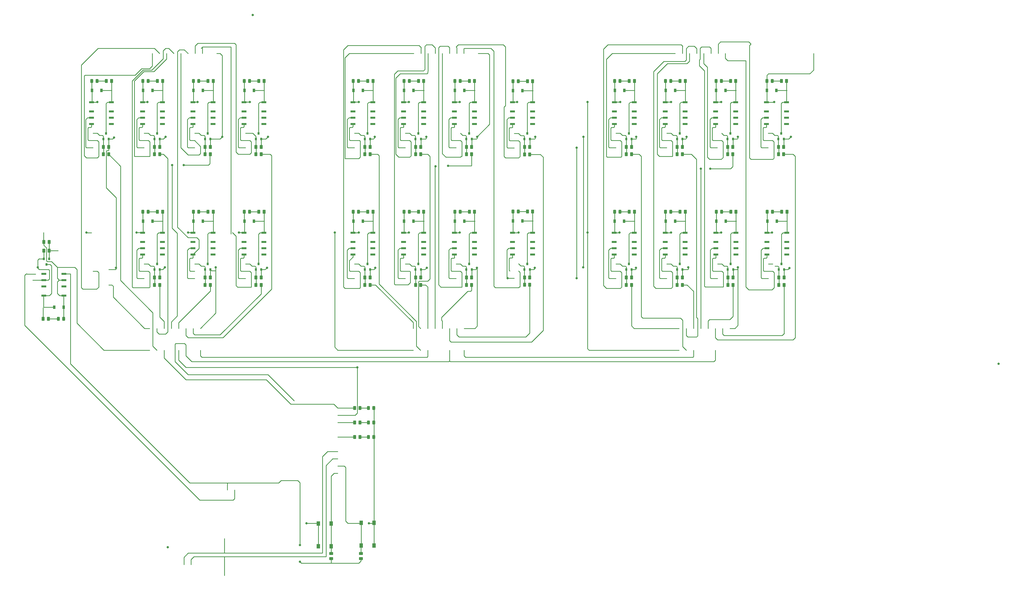
<source format=gbr>
%TF.GenerationSoftware,KiCad,Pcbnew,(5.99.0-12218-g749d2d5987)*%
%TF.CreationDate,2021-09-15T17:55:07+03:00*%
%TF.ProjectId,stend_main_stencil,7374656e-645f-46d6-9169-6e5f7374656e,rev*%
%TF.SameCoordinates,PX258bd10PYee998b0*%
%TF.FileFunction,Copper,L1,Top*%
%TF.FilePolarity,Positive*%
%FSLAX46Y46*%
G04 Gerber Fmt 4.6, Leading zero omitted, Abs format (unit mm)*
G04 Created by KiCad (PCBNEW (5.99.0-12218-g749d2d5987)) date 2021-09-15 17:55:07*
%MOMM*%
%LPD*%
G01*
G04 APERTURE LIST*
G04 Aperture macros list*
%AMRoundRect*
0 Rectangle with rounded corners*
0 $1 Rounding radius*
0 $2 $3 $4 $5 $6 $7 $8 $9 X,Y pos of 4 corners*
0 Add a 4 corners polygon primitive as box body*
4,1,4,$2,$3,$4,$5,$6,$7,$8,$9,$2,$3,0*
0 Add four circle primitives for the rounded corners*
1,1,$1+$1,$2,$3*
1,1,$1+$1,$4,$5*
1,1,$1+$1,$6,$7*
1,1,$1+$1,$8,$9*
0 Add four rect primitives between the rounded corners*
20,1,$1+$1,$2,$3,$4,$5,0*
20,1,$1+$1,$4,$5,$6,$7,0*
20,1,$1+$1,$6,$7,$8,$9,0*
20,1,$1+$1,$8,$9,$2,$3,0*%
G04 Aperture macros list end*
%TA.AperFunction,SMDPad,CuDef*%
%ADD10RoundRect,0.243750X0.243750X0.456250X-0.243750X0.456250X-0.243750X-0.456250X0.243750X-0.456250X0*%
%TD*%
%TA.AperFunction,SMDPad,CuDef*%
%ADD11RoundRect,0.250000X-0.262500X-0.450000X0.262500X-0.450000X0.262500X0.450000X-0.262500X0.450000X0*%
%TD*%
%TA.AperFunction,SMDPad,CuDef*%
%ADD12RoundRect,0.250000X0.262500X0.450000X-0.262500X0.450000X-0.262500X-0.450000X0.262500X-0.450000X0*%
%TD*%
%TA.AperFunction,SMDPad,CuDef*%
%ADD13R,0.900000X1.200000*%
%TD*%
%TA.AperFunction,SMDPad,CuDef*%
%ADD14R,0.800000X0.900000*%
%TD*%
%TA.AperFunction,SMDPad,CuDef*%
%ADD15R,1.300000X1.550000*%
%TD*%
%TA.AperFunction,SMDPad,CuDef*%
%ADD16R,1.800000X0.800000*%
%TD*%
%TA.AperFunction,SMDPad,CuDef*%
%ADD17RoundRect,0.250000X-0.450000X0.262500X-0.450000X-0.262500X0.450000X-0.262500X0.450000X0.262500X0*%
%TD*%
%TA.AperFunction,SMDPad,CuDef*%
%ADD18RoundRect,0.243750X-0.243750X-0.456250X0.243750X-0.456250X0.243750X0.456250X-0.243750X0.456250X0*%
%TD*%
%TA.AperFunction,SMDPad,CuDef*%
%ADD19RoundRect,0.250000X0.450000X-0.262500X0.450000X0.262500X-0.450000X0.262500X-0.450000X-0.262500X0*%
%TD*%
%TA.AperFunction,ViaPad*%
%ADD20C,0.800000*%
%TD*%
%TA.AperFunction,Conductor*%
%ADD21C,0.250000*%
%TD*%
G04 APERTURE END LIST*
D10*
%TO.P,VD1,1,K*%
%TO.N,/MCU_GND*%
X123365500Y60960000D03*
%TO.P,VD1,2,A*%
%TO.N,Net-(R1-Pad2)*%
X121490500Y60960000D03*
%TD*%
D11*
%TO.P,R35,1*%
%TO.N,Net-(R35-Pad1)*%
X121261500Y129783992D03*
%TO.P,R35,2*%
%TO.N,Net-(CP40-Pad1)*%
X123086500Y129783992D03*
%TD*%
D12*
%TO.P,R66,1*%
%TO.N,/RL21*%
X248943500Y149860000D03*
%TO.P,R66,2*%
%TO.N,Net-(CP83-Pad1)*%
X247118500Y149860000D03*
%TD*%
D13*
%TO.P,VD49,1,K*%
%TO.N,+5V*%
X260859000Y172212000D03*
%TO.P,VD49,2,A*%
%TO.N,Net-(CP92-Pad1)*%
X264159000Y172212000D03*
%TD*%
D14*
%TO.P,VT9,1,B*%
%TO.N,Net-(CP35-Pad1)*%
X120208000Y155210000D03*
%TO.P,VT9,2,E*%
%TO.N,GNDD*%
X122108000Y155210000D03*
%TO.P,VT9,3,C*%
%TO.N,Net-(CP36-Pad1)*%
X121158000Y157210000D03*
%TD*%
%TO.P,VT17,1,B*%
%TO.N,Net-(CP67-Pad1)*%
X211648000Y155210000D03*
%TO.P,VT17,2,E*%
%TO.N,GNDD*%
X213548000Y155210000D03*
%TO.P,VT17,3,C*%
%TO.N,Net-(CP68-Pad1)*%
X212598000Y157210000D03*
%TD*%
D11*
%TO.P,R62,1*%
%TO.N,Net-(R62-Pad1)*%
X230481500Y175514000D03*
%TO.P,R62,2*%
%TO.N,Net-(CP76-Pad1)*%
X232306500Y175514000D03*
%TD*%
D13*
%TO.P,VD23,1,K*%
%TO.N,+5V*%
X116206000Y126482000D03*
%TO.P,VD23,2,A*%
%TO.N,Net-(CP40-Pad1)*%
X119506000Y126482000D03*
%TD*%
D12*
%TO.P,R80,1*%
%TO.N,Net-(R80-Pad1)*%
X9548500Y92202000D03*
%TO.P,R80,2*%
%TO.N,Net-(CP100-Pad1)*%
X7723500Y92202000D03*
%TD*%
D13*
%TO.P,VD19,1,K*%
%TO.N,+5V*%
X78106000Y126482000D03*
%TO.P,VD19,2,A*%
%TO.N,Net-(CP32-Pad1)*%
X81406000Y126482000D03*
%TD*%
D15*
%TO.P,S2,1,1*%
%TO.N,Net-(DD1-Pad20)*%
X108422000Y12535000D03*
X108422000Y20485000D03*
%TO.P,S2,2,2*%
%TO.N,/MCU_GND*%
X103922000Y20485000D03*
X103922000Y12535000D03*
%TD*%
D16*
%TO.P,K22,1*%
%TO.N,+5V*%
X242981800Y122380000D03*
%TO.P,K22,2*%
%TO.N,N/C*%
X242981800Y119180000D03*
%TO.P,K22,3*%
%TO.N,/INSTR+*%
X242981800Y116980000D03*
%TO.P,K22,4*%
%TO.N,/CTRL22*%
X242981800Y114780000D03*
%TO.P,K22,5*%
%TO.N,N/C*%
X249981800Y114780000D03*
%TO.P,K22,6*%
X249981800Y116980000D03*
%TO.P,K22,7*%
X249981800Y119180000D03*
%TO.P,K22,8*%
%TO.N,Net-(CP88-Pad1)*%
X249981800Y122380000D03*
%TD*%
D12*
%TO.P,R36,1*%
%TO.N,/RL11*%
X139800500Y149860000D03*
%TO.P,R36,2*%
%TO.N,Net-(CP43-Pad1)*%
X137975500Y149860000D03*
%TD*%
D11*
%TO.P,R1,1*%
%TO.N,/2_MCU/MOSI*%
X116689500Y60960000D03*
%TO.P,R1,2*%
%TO.N,Net-(R1-Pad2)*%
X118514500Y60960000D03*
%TD*%
D10*
%TO.P,VD46,1,K*%
%TO.N,Net-(R71-Pad1)*%
X244985300Y129784000D03*
%TO.P,VD46,2,A*%
%TO.N,+5V*%
X243110300Y129784000D03*
%TD*%
D11*
%TO.P,R55,1*%
%TO.N,Net-(CP67-Pad1)*%
X211685500Y152410000D03*
%TO.P,R55,2*%
%TO.N,GNDD*%
X213510500Y152410000D03*
%TD*%
%TO.P,R77,1*%
%TO.N,Net-(R77-Pad1)*%
X266041500Y129784000D03*
%TO.P,R77,2*%
%TO.N,Net-(CP96-Pad1)*%
X267866500Y129784000D03*
%TD*%
%TO.P,R78,1*%
%TO.N,+5V*%
X7977500Y119126000D03*
%TO.P,R78,2*%
%TO.N,Net-(CP99-Pad1)*%
X9802500Y119126000D03*
%TD*%
D12*
%TO.P,R60,1*%
%TO.N,/RL19*%
X231290500Y149860000D03*
%TO.P,R60,2*%
%TO.N,Net-(CP75-Pad1)*%
X229465500Y149860000D03*
%TD*%
D13*
%TO.P,VD15,1,K*%
%TO.N,+5V*%
X60292000Y126482000D03*
%TO.P,VD15,2,A*%
%TO.N,Net-(CP24-Pad1)*%
X63592000Y126482000D03*
%TD*%
D16*
%TO.P,K8,1*%
%TO.N,+5V*%
X77928000Y122380000D03*
%TO.P,K8,2*%
%TO.N,N/C*%
X77928000Y119180000D03*
%TO.P,K8,3*%
%TO.N,/INSTR+*%
X77928000Y116980000D03*
%TO.P,K8,4*%
%TO.N,/CTRL8*%
X77928000Y114780000D03*
%TO.P,K8,5*%
%TO.N,N/C*%
X84928000Y114780000D03*
%TO.P,K8,6*%
X84928000Y116980000D03*
%TO.P,K8,7*%
X84928000Y119180000D03*
%TO.P,K8,8*%
%TO.N,Net-(CP32-Pad1)*%
X84928000Y122380000D03*
%TD*%
D13*
%TO.P,VD45,1,K*%
%TO.N,+5V*%
X243079000Y172212000D03*
%TO.P,VD45,2,A*%
%TO.N,Net-(CP84-Pad1)*%
X246379000Y172212000D03*
%TD*%
%TO.P,VD35,1,K*%
%TO.N,+5V*%
X172035200Y126492000D03*
%TO.P,VD35,2,A*%
%TO.N,Net-(CP64-Pad1)*%
X175335200Y126492000D03*
%TD*%
D12*
%TO.P,R15,1*%
%TO.N,/RL4*%
X48491500Y104130000D03*
%TO.P,R15,2*%
%TO.N,Net-(CP15-Pad1)*%
X46666500Y104130000D03*
%TD*%
D14*
%TO.P,VT6,1,B*%
%TO.N,Net-(CP23-Pad1)*%
X64294000Y109480000D03*
%TO.P,VT6,2,E*%
%TO.N,GNDD*%
X66194000Y109480000D03*
%TO.P,VT6,3,C*%
%TO.N,Net-(CP24-Pad1)*%
X65244000Y111480000D03*
%TD*%
D11*
%TO.P,R37,1*%
%TO.N,Net-(CP43-Pad1)*%
X137975500Y152410000D03*
%TO.P,R37,2*%
%TO.N,GNDD*%
X139800500Y152410000D03*
%TD*%
D14*
%TO.P,VT15,1,B*%
%TO.N,Net-(CP59-Pad1)*%
X176037200Y155200000D03*
%TO.P,VT15,2,E*%
%TO.N,GNDD*%
X177937200Y155200000D03*
%TO.P,VT15,3,C*%
%TO.N,Net-(CP60-Pad1)*%
X176987200Y157200000D03*
%TD*%
D11*
%TO.P,R38,1*%
%TO.N,Net-(R38-Pad1)*%
X138991500Y175514000D03*
%TO.P,R38,2*%
%TO.N,Net-(CP44-Pad1)*%
X140816500Y175514000D03*
%TD*%
D10*
%TO.P,VD26,1,K*%
%TO.N,Net-(R41-Pad1)*%
X135761500Y129784000D03*
%TO.P,VD26,2,A*%
%TO.N,+5V*%
X133886500Y129784000D03*
%TD*%
D11*
%TO.P,R8,1*%
%TO.N,Net-(R8-Pad1)*%
X29821500Y175514000D03*
%TO.P,R8,2*%
%TO.N,Net-(CP4-Pad1)*%
X31646500Y175514000D03*
%TD*%
D10*
%TO.P,VD10,1,K*%
%TO.N,Net-(R17-Pad1)*%
X44452500Y129784000D03*
%TO.P,VD10,2,A*%
%TO.N,+5V*%
X42577500Y129784000D03*
%TD*%
%TO.P,VD32,1,K*%
%TO.N,Net-(R50-Pad1)*%
X173860700Y175504000D03*
%TO.P,VD32,2,A*%
%TO.N,+5V*%
X171985700Y175504000D03*
%TD*%
D16*
%TO.P,K18,1*%
%TO.N,+5V*%
X207444000Y122380000D03*
%TO.P,K18,2*%
%TO.N,N/C*%
X207444000Y119180000D03*
%TO.P,K18,3*%
%TO.N,/INSTR+*%
X207444000Y116980000D03*
%TO.P,K18,4*%
%TO.N,/CTRL18*%
X207444000Y114780000D03*
%TO.P,K18,5*%
%TO.N,N/C*%
X214444000Y114780000D03*
%TO.P,K18,6*%
X214444000Y116980000D03*
%TO.P,K18,7*%
X214444000Y119180000D03*
%TO.P,K18,8*%
%TO.N,Net-(CP72-Pad1)*%
X214444000Y122380000D03*
%TD*%
%TO.P,K11,1*%
%TO.N,+5V*%
X133758000Y168110000D03*
%TO.P,K11,2*%
%TO.N,N/C*%
X133758000Y164910000D03*
%TO.P,K11,3*%
%TO.N,/INSTR+*%
X133758000Y162710000D03*
%TO.P,K11,4*%
%TO.N,/CTRL11*%
X133758000Y160510000D03*
%TO.P,K11,5*%
%TO.N,N/C*%
X140758000Y160510000D03*
%TO.P,K11,6*%
X140758000Y162710000D03*
%TO.P,K11,7*%
X140758000Y164910000D03*
%TO.P,K11,8*%
%TO.N,Net-(CP44-Pad1)*%
X140758000Y168110000D03*
%TD*%
%TO.P,K12,1*%
%TO.N,+5V*%
X133758000Y122380000D03*
%TO.P,K12,2*%
%TO.N,N/C*%
X133758000Y119180000D03*
%TO.P,K12,3*%
%TO.N,/INSTR+*%
X133758000Y116980000D03*
%TO.P,K12,4*%
%TO.N,/CTRL12*%
X133758000Y114780000D03*
%TO.P,K12,5*%
%TO.N,N/C*%
X140758000Y114780000D03*
%TO.P,K12,6*%
X140758000Y116980000D03*
%TO.P,K12,7*%
X140758000Y119180000D03*
%TO.P,K12,8*%
%TO.N,Net-(CP48-Pad1)*%
X140758000Y122380000D03*
%TD*%
%TO.P,K7,1*%
%TO.N,+5V*%
X77928000Y168110000D03*
%TO.P,K7,2*%
%TO.N,N/C*%
X77928000Y164910000D03*
%TO.P,K7,3*%
%TO.N,/INSTR+*%
X77928000Y162710000D03*
%TO.P,K7,4*%
%TO.N,/CTRL7*%
X77928000Y160510000D03*
%TO.P,K7,5*%
%TO.N,N/C*%
X84928000Y160510000D03*
%TO.P,K7,6*%
X84928000Y162710000D03*
%TO.P,K7,7*%
X84928000Y164910000D03*
%TO.P,K7,8*%
%TO.N,Net-(CP28-Pad1)*%
X84928000Y168110000D03*
%TD*%
D14*
%TO.P,VT13,1,B*%
%TO.N,Net-(CP51-Pad1)*%
X155717000Y155210000D03*
%TO.P,VT13,2,E*%
%TO.N,GNDD*%
X157617000Y155210000D03*
%TO.P,VT13,3,C*%
%TO.N,Net-(CP52-Pad1)*%
X156667000Y157210000D03*
%TD*%
D11*
%TO.P,R17,1*%
%TO.N,Net-(R17-Pad1)*%
X47682500Y129784000D03*
%TO.P,R17,2*%
%TO.N,Net-(CP16-Pad1)*%
X49507500Y129784000D03*
%TD*%
D16*
%TO.P,K10,1*%
%TO.N,+5V*%
X116028000Y122380000D03*
%TO.P,K10,2*%
%TO.N,N/C*%
X116028000Y119180000D03*
%TO.P,K10,3*%
%TO.N,/INSTR+*%
X116028000Y116980000D03*
%TO.P,K10,4*%
%TO.N,/CTRL10*%
X116028000Y114780000D03*
%TO.P,K10,5*%
%TO.N,N/C*%
X123028000Y114780000D03*
%TO.P,K10,6*%
X123028000Y116980000D03*
%TO.P,K10,7*%
X123028000Y119180000D03*
%TO.P,K10,8*%
%TO.N,Net-(CP40-Pad1)*%
X123028000Y122380000D03*
%TD*%
D10*
%TO.P,VD22,1,K*%
%TO.N,Net-(R35-Pad1)*%
X118031500Y129784000D03*
%TO.P,VD22,2,A*%
%TO.N,+5V*%
X116156500Y129784000D03*
%TD*%
D12*
%TO.P,R48,1*%
%TO.N,/RL15*%
X177899700Y149850000D03*
%TO.P,R48,2*%
%TO.N,Net-(CP59-Pad1)*%
X176074700Y149850000D03*
%TD*%
D11*
%TO.P,R29,1*%
%TO.N,Net-(R29-Pad1)*%
X83161500Y129784000D03*
%TO.P,R29,2*%
%TO.N,Net-(CP32-Pad1)*%
X84986500Y129784000D03*
%TD*%
D12*
%TO.P,R79,1*%
%TO.N,Net-(CP99-Pad1)*%
X9802500Y116078000D03*
%TO.P,R79,2*%
%TO.N,GNDD*%
X7977500Y116078000D03*
%TD*%
%TO.P,R75,1*%
%TO.N,/RL24*%
X266850500Y104130000D03*
%TO.P,R75,2*%
%TO.N,Net-(CP95-Pad1)*%
X265025500Y104130000D03*
%TD*%
D14*
%TO.P,VT18,1,B*%
%TO.N,Net-(CP71-Pad1)*%
X211624000Y109480000D03*
%TO.P,VT18,2,E*%
%TO.N,GNDD*%
X213524000Y109480000D03*
%TO.P,VT18,3,C*%
%TO.N,Net-(CP72-Pad1)*%
X212574000Y111480000D03*
%TD*%
%TO.P,VT3,1,B*%
%TO.N,Net-(CP11-Pad1)*%
X46629000Y155210000D03*
%TO.P,VT3,2,E*%
%TO.N,GNDD*%
X48529000Y155210000D03*
%TO.P,VT3,3,C*%
%TO.N,Net-(CP12-Pad1)*%
X47579000Y157210000D03*
%TD*%
D11*
%TO.P,R2,1*%
%TO.N,Net-(DD1-Pad27)*%
X116689500Y55880000D03*
%TO.P,R2,2*%
%TO.N,Net-(R2-Pad2)*%
X118514500Y55880000D03*
%TD*%
D14*
%TO.P,VT25,1,B*%
%TO.N,Net-(CP99-Pad1)*%
X9840000Y113268000D03*
%TO.P,VT25,2,E*%
%TO.N,GNDD*%
X7940000Y113268000D03*
%TO.P,VT25,3,C*%
%TO.N,Net-(CP100-Pad1)*%
X8890000Y111268000D03*
%TD*%
D11*
%TO.P,R52,1*%
%TO.N,Net-(CP63-Pad1)*%
X176074700Y106690000D03*
%TO.P,R52,2*%
%TO.N,GNDD*%
X177899700Y106690000D03*
%TD*%
D10*
%TO.P,VD40,1,K*%
%TO.N,Net-(R62-Pad1)*%
X227251500Y175514000D03*
%TO.P,VD40,2,A*%
%TO.N,+5V*%
X225376500Y175514000D03*
%TD*%
%TO.P,VD20,1,K*%
%TO.N,Net-(R32-Pad1)*%
X118031500Y175514000D03*
%TO.P,VD20,2,A*%
%TO.N,+5V*%
X116156500Y175514000D03*
%TD*%
D14*
%TO.P,VT12,1,B*%
%TO.N,Net-(CP47-Pad1)*%
X137938000Y109480000D03*
%TO.P,VT12,2,E*%
%TO.N,GNDD*%
X139838000Y109480000D03*
%TO.P,VT12,3,C*%
%TO.N,Net-(CP48-Pad1)*%
X138888000Y111480000D03*
%TD*%
%TO.P,VT8,1,B*%
%TO.N,Net-(CP31-Pad1)*%
X82108000Y109480000D03*
%TO.P,VT8,2,E*%
%TO.N,GNDD*%
X84008000Y109480000D03*
%TO.P,VT8,3,C*%
%TO.N,Net-(CP32-Pad1)*%
X83058000Y111480000D03*
%TD*%
D16*
%TO.P,K17,1*%
%TO.N,+5V*%
X207468000Y168110000D03*
%TO.P,K17,2*%
%TO.N,N/C*%
X207468000Y164910000D03*
%TO.P,K17,3*%
%TO.N,/INSTR+*%
X207468000Y162710000D03*
%TO.P,K17,4*%
%TO.N,/CTRL17*%
X207468000Y160510000D03*
%TO.P,K17,5*%
%TO.N,N/C*%
X214468000Y160510000D03*
%TO.P,K17,6*%
X214468000Y162710000D03*
%TO.P,K17,7*%
X214468000Y164910000D03*
%TO.P,K17,8*%
%TO.N,Net-(CP68-Pad1)*%
X214468000Y168110000D03*
%TD*%
D11*
%TO.P,R20,1*%
%TO.N,Net-(R20-Pad1)*%
X65347500Y175514000D03*
%TO.P,R20,2*%
%TO.N,Net-(CP20-Pad1)*%
X67172500Y175514000D03*
%TD*%
%TO.P,R56,1*%
%TO.N,Net-(R56-Pad1)*%
X212701500Y175514000D03*
%TO.P,R56,2*%
%TO.N,Net-(CP68-Pad1)*%
X214526500Y175514000D03*
%TD*%
D10*
%TO.P,VD44,1,K*%
%TO.N,Net-(R68-Pad1)*%
X244904500Y175514000D03*
%TO.P,VD44,2,A*%
%TO.N,+5V*%
X243029500Y175514000D03*
%TD*%
D16*
%TO.P,K25,1*%
%TO.N,+5V*%
X14940000Y100352000D03*
%TO.P,K25,2*%
%TO.N,N/C*%
X14940000Y103552000D03*
%TO.P,K25,3*%
%TO.N,+5V*%
X14940000Y105752000D03*
%TO.P,K25,4*%
%TO.N,/MCU+*%
X14940000Y107952000D03*
%TO.P,K25,5*%
%TO.N,/MCU_GND*%
X7940000Y107952000D03*
%TO.P,K25,6*%
%TO.N,GNDD*%
X7940000Y105752000D03*
%TO.P,K25,7*%
%TO.N,N/C*%
X7940000Y103552000D03*
%TO.P,K25,8*%
%TO.N,Net-(CP100-Pad1)*%
X7940000Y100352000D03*
%TD*%
D14*
%TO.P,VT7,1,B*%
%TO.N,Net-(CP27-Pad1)*%
X82108000Y155210000D03*
%TO.P,VT7,2,E*%
%TO.N,GNDD*%
X84008000Y155210000D03*
%TO.P,VT7,3,C*%
%TO.N,Net-(CP28-Pad1)*%
X83058000Y157210000D03*
%TD*%
D10*
%TO.P,VD14,1,K*%
%TO.N,Net-(R23-Pad1)*%
X62117500Y129784000D03*
%TO.P,VD14,2,A*%
%TO.N,+5V*%
X60242500Y129784000D03*
%TD*%
%TO.P,VD2,1,K*%
%TO.N,/MCU_GND*%
X123365500Y55880000D03*
%TO.P,VD2,2,A*%
%TO.N,Net-(R2-Pad2)*%
X121490500Y55880000D03*
%TD*%
D14*
%TO.P,VT11,1,B*%
%TO.N,Net-(CP43-Pad1)*%
X137938000Y155210000D03*
%TO.P,VT11,2,E*%
%TO.N,GNDD*%
X139838000Y155210000D03*
%TO.P,VT11,3,C*%
%TO.N,Net-(CP44-Pad1)*%
X138888000Y157210000D03*
%TD*%
D12*
%TO.P,R21,1*%
%TO.N,/RL6*%
X66156500Y104130000D03*
%TO.P,R21,2*%
%TO.N,Net-(CP23-Pad1)*%
X64331500Y104130000D03*
%TD*%
D13*
%TO.P,VD41,1,K*%
%TO.N,+5V*%
X225426000Y172212000D03*
%TO.P,VD41,2,A*%
%TO.N,Net-(CP76-Pad1)*%
X228726000Y172212000D03*
%TD*%
D12*
%TO.P,R63,1*%
%TO.N,/RL20*%
X231288500Y104130000D03*
%TO.P,R63,2*%
%TO.N,Net-(CP79-Pad1)*%
X229463500Y104130000D03*
%TD*%
%TO.P,R45,1*%
%TO.N,/RL14*%
X157579500Y104130000D03*
%TO.P,R45,2*%
%TO.N,Net-(CP55-Pad1)*%
X155754500Y104130000D03*
%TD*%
D13*
%TO.P,VD47,1,K*%
%TO.N,+5V*%
X243159800Y126482000D03*
%TO.P,VD47,2,A*%
%TO.N,Net-(CP88-Pad1)*%
X246459800Y126482000D03*
%TD*%
D10*
%TO.P,VD4,1,K*%
%TO.N,Net-(R8-Pad1)*%
X26591500Y175514000D03*
%TO.P,VD4,2,A*%
%TO.N,+5V*%
X24716500Y175514000D03*
%TD*%
D11*
%TO.P,R16,1*%
%TO.N,Net-(CP15-Pad1)*%
X46666500Y106680000D03*
%TO.P,R16,2*%
%TO.N,GNDD*%
X48491500Y106680000D03*
%TD*%
D14*
%TO.P,VT19,1,B*%
%TO.N,Net-(CP75-Pad1)*%
X229428000Y155210000D03*
%TO.P,VT19,2,E*%
%TO.N,GNDD*%
X231328000Y155210000D03*
%TO.P,VT19,3,C*%
%TO.N,Net-(CP76-Pad1)*%
X230378000Y157210000D03*
%TD*%
%TO.P,VT4,1,B*%
%TO.N,Net-(CP15-Pad1)*%
X46629000Y109480000D03*
%TO.P,VT4,2,E*%
%TO.N,GNDD*%
X48529000Y109480000D03*
%TO.P,VT4,3,C*%
%TO.N,Net-(CP16-Pad1)*%
X47579000Y111480000D03*
%TD*%
D11*
%TO.P,R3,1*%
%TO.N,Net-(DD1-Pad25)*%
X116689500Y50800000D03*
%TO.P,R3,2*%
%TO.N,Net-(R3-Pad2)*%
X118514500Y50800000D03*
%TD*%
D12*
%TO.P,R12,1*%
%TO.N,/RL3*%
X48491500Y149860000D03*
%TO.P,R12,2*%
%TO.N,Net-(CP11-Pad1)*%
X46666500Y149860000D03*
%TD*%
D17*
%TO.P,R4,1*%
%TO.N,Net-(DD1-Pad21)*%
X118872000Y10056500D03*
%TO.P,R4,2*%
%TO.N,/MCU+*%
X118872000Y8231500D03*
%TD*%
D16*
%TO.P,K6,1*%
%TO.N,+5V*%
X60114000Y122380000D03*
%TO.P,K6,2*%
%TO.N,N/C*%
X60114000Y119180000D03*
%TO.P,K6,3*%
%TO.N,/INSTR+*%
X60114000Y116980000D03*
%TO.P,K6,4*%
%TO.N,/CTRL6*%
X60114000Y114780000D03*
%TO.P,K6,5*%
%TO.N,N/C*%
X67114000Y114780000D03*
%TO.P,K6,6*%
X67114000Y116980000D03*
%TO.P,K6,7*%
X67114000Y119180000D03*
%TO.P,K6,8*%
%TO.N,Net-(CP24-Pad1)*%
X67114000Y122380000D03*
%TD*%
D13*
%TO.P,VD17,1,K*%
%TO.N,+5V*%
X78106000Y172212000D03*
%TO.P,VD17,2,A*%
%TO.N,Net-(CP28-Pad1)*%
X81406000Y172212000D03*
%TD*%
D11*
%TO.P,R61,1*%
%TO.N,Net-(CP75-Pad1)*%
X229465500Y152410000D03*
%TO.P,R61,2*%
%TO.N,GNDD*%
X231290500Y152410000D03*
%TD*%
D14*
%TO.P,VT5,1,B*%
%TO.N,Net-(CP19-Pad1)*%
X64294000Y155210000D03*
%TO.P,VT5,2,E*%
%TO.N,GNDD*%
X66194000Y155210000D03*
%TO.P,VT5,3,C*%
%TO.N,Net-(CP20-Pad1)*%
X65244000Y157210000D03*
%TD*%
D11*
%TO.P,R22,1*%
%TO.N,Net-(CP23-Pad1)*%
X64331500Y106680000D03*
%TO.P,R22,2*%
%TO.N,GNDD*%
X66156500Y106680000D03*
%TD*%
D16*
%TO.P,K1,1*%
%TO.N,+5V*%
X24588000Y168110000D03*
%TO.P,K1,2*%
%TO.N,N/C*%
X24588000Y164910000D03*
%TO.P,K1,3*%
%TO.N,/INSTR+*%
X24588000Y162710000D03*
%TO.P,K1,4*%
%TO.N,/CTRL1*%
X24588000Y160510000D03*
%TO.P,K1,5*%
%TO.N,N/C*%
X31588000Y160510000D03*
%TO.P,K1,6*%
X31588000Y162710000D03*
%TO.P,K1,7*%
X31588000Y164910000D03*
%TO.P,K1,8*%
%TO.N,Net-(CP4-Pad1)*%
X31588000Y168110000D03*
%TD*%
D11*
%TO.P,R32,1*%
%TO.N,Net-(R32-Pad1)*%
X121261500Y175514000D03*
%TO.P,R32,2*%
%TO.N,Net-(CP36-Pad1)*%
X123086500Y175514000D03*
%TD*%
%TO.P,R64,1*%
%TO.N,Net-(CP79-Pad1)*%
X229463500Y106680000D03*
%TO.P,R64,2*%
%TO.N,GNDD*%
X231288500Y106680000D03*
%TD*%
%TO.P,R31,1*%
%TO.N,Net-(CP35-Pad1)*%
X120245500Y152410000D03*
%TO.P,R31,2*%
%TO.N,GNDD*%
X122070500Y152410000D03*
%TD*%
%TO.P,R70,1*%
%TO.N,Net-(CP87-Pad1)*%
X247199300Y106680000D03*
%TO.P,R70,2*%
%TO.N,GNDD*%
X249024300Y106680000D03*
%TD*%
%TO.P,R26,1*%
%TO.N,Net-(R26-Pad1)*%
X83161500Y175514000D03*
%TO.P,R26,2*%
%TO.N,Net-(CP28-Pad1)*%
X84986500Y175514000D03*
%TD*%
D10*
%TO.P,VD18,1,K*%
%TO.N,Net-(R29-Pad1)*%
X79931500Y129784000D03*
%TO.P,VD18,2,A*%
%TO.N,+5V*%
X78056500Y129784000D03*
%TD*%
D16*
%TO.P,K14,1*%
%TO.N,+5V*%
X151537000Y122380000D03*
%TO.P,K14,2*%
%TO.N,N/C*%
X151537000Y119180000D03*
%TO.P,K14,3*%
%TO.N,/INSTR+*%
X151537000Y116980000D03*
%TO.P,K14,4*%
%TO.N,/CTRL14*%
X151537000Y114780000D03*
%TO.P,K14,5*%
%TO.N,N/C*%
X158537000Y114780000D03*
%TO.P,K14,6*%
X158537000Y116980000D03*
%TO.P,K14,7*%
X158537000Y119180000D03*
%TO.P,K14,8*%
%TO.N,Net-(CP56-Pad1)*%
X158537000Y122380000D03*
%TD*%
D11*
%TO.P,R68,1*%
%TO.N,Net-(R68-Pad1)*%
X248134500Y175514000D03*
%TO.P,R68,2*%
%TO.N,Net-(CP84-Pad1)*%
X249959500Y175514000D03*
%TD*%
%TO.P,R28,1*%
%TO.N,Net-(CP31-Pad1)*%
X82145500Y106680000D03*
%TO.P,R28,2*%
%TO.N,GNDD*%
X83970500Y106680000D03*
%TD*%
%TO.P,R59,1*%
%TO.N,Net-(R59-Pad1)*%
X212677500Y129784000D03*
%TO.P,R59,2*%
%TO.N,Net-(CP72-Pad1)*%
X214502500Y129784000D03*
%TD*%
D12*
%TO.P,R57,1*%
%TO.N,/RL18*%
X213486500Y104130000D03*
%TO.P,R57,2*%
%TO.N,Net-(CP71-Pad1)*%
X211661500Y104130000D03*
%TD*%
D11*
%TO.P,R14,1*%
%TO.N,Net-(R14-Pad1)*%
X47682500Y175514000D03*
%TO.P,R14,2*%
%TO.N,Net-(CP12-Pad1)*%
X49507500Y175514000D03*
%TD*%
D12*
%TO.P,R42,1*%
%TO.N,/RL13*%
X157579500Y149860000D03*
%TO.P,R42,2*%
%TO.N,Net-(CP51-Pad1)*%
X155754500Y149860000D03*
%TD*%
D14*
%TO.P,VT1,1,B*%
%TO.N,Net-(CP3-Pad1)*%
X28768000Y155210000D03*
%TO.P,VT1,2,E*%
%TO.N,GNDD*%
X30668000Y155210000D03*
%TO.P,VT1,3,C*%
%TO.N,Net-(CP4-Pad1)*%
X29718000Y157210000D03*
%TD*%
D12*
%TO.P,R33,1*%
%TO.N,/RL10*%
X122070500Y104130000D03*
%TO.P,R33,2*%
%TO.N,Net-(CP39-Pad1)*%
X120245500Y104130000D03*
%TD*%
D15*
%TO.P,S1,1,1*%
%TO.N,Net-(DD1-Pad21)*%
X118908000Y20739000D03*
X118908000Y12789000D03*
%TO.P,S1,2,2*%
%TO.N,/MCU_GND*%
X123408000Y20739000D03*
X123408000Y12789000D03*
%TD*%
D11*
%TO.P,R67,1*%
%TO.N,Net-(CP83-Pad1)*%
X247118500Y152410000D03*
%TO.P,R67,2*%
%TO.N,GNDD*%
X248943500Y152410000D03*
%TD*%
D16*
%TO.P,K5,1*%
%TO.N,+5V*%
X60114000Y168110000D03*
%TO.P,K5,2*%
%TO.N,N/C*%
X60114000Y164910000D03*
%TO.P,K5,3*%
%TO.N,/INSTR+*%
X60114000Y162710000D03*
%TO.P,K5,4*%
%TO.N,/CTRL5*%
X60114000Y160510000D03*
%TO.P,K5,5*%
%TO.N,N/C*%
X67114000Y160510000D03*
%TO.P,K5,6*%
X67114000Y162710000D03*
%TO.P,K5,7*%
X67114000Y164910000D03*
%TO.P,K5,8*%
%TO.N,Net-(CP20-Pad1)*%
X67114000Y168110000D03*
%TD*%
D13*
%TO.P,VD51,1,K*%
%TO.N,+5V*%
X260986000Y126482000D03*
%TO.P,VD51,2,A*%
%TO.N,Net-(CP96-Pad1)*%
X264286000Y126482000D03*
%TD*%
D11*
%TO.P,R49,1*%
%TO.N,Net-(CP59-Pad1)*%
X176074700Y152400000D03*
%TO.P,R49,2*%
%TO.N,GNDD*%
X177899700Y152400000D03*
%TD*%
D14*
%TO.P,VT20,1,B*%
%TO.N,Net-(CP79-Pad1)*%
X229426000Y109480000D03*
%TO.P,VT20,2,E*%
%TO.N,GNDD*%
X231326000Y109480000D03*
%TO.P,VT20,3,C*%
%TO.N,Net-(CP80-Pad1)*%
X230376000Y111480000D03*
%TD*%
D18*
%TO.P,VD52,1,K*%
%TO.N,Net-(R80-Pad1)*%
X13032500Y92202000D03*
%TO.P,VD52,2,A*%
%TO.N,+5V*%
X14907500Y92202000D03*
%TD*%
D10*
%TO.P,VD34,1,K*%
%TO.N,Net-(R53-Pad1)*%
X173860700Y129794000D03*
%TO.P,VD34,2,A*%
%TO.N,+5V*%
X171985700Y129794000D03*
%TD*%
D16*
%TO.P,K13,1*%
%TO.N,+5V*%
X151537000Y168110000D03*
%TO.P,K13,2*%
%TO.N,N/C*%
X151537000Y164910000D03*
%TO.P,K13,3*%
%TO.N,/INSTR+*%
X151537000Y162710000D03*
%TO.P,K13,4*%
%TO.N,/CTRL13*%
X151537000Y160510000D03*
%TO.P,K13,5*%
%TO.N,N/C*%
X158537000Y160510000D03*
%TO.P,K13,6*%
X158537000Y162710000D03*
%TO.P,K13,7*%
X158537000Y164910000D03*
%TO.P,K13,8*%
%TO.N,Net-(CP52-Pad1)*%
X158537000Y168110000D03*
%TD*%
D11*
%TO.P,R34,1*%
%TO.N,Net-(CP39-Pad1)*%
X120245500Y106680000D03*
%TO.P,R34,2*%
%TO.N,GNDD*%
X122070500Y106680000D03*
%TD*%
%TO.P,R74,1*%
%TO.N,Net-(R74-Pad1)*%
X265914500Y175514000D03*
%TO.P,R74,2*%
%TO.N,Net-(CP92-Pad1)*%
X267739500Y175514000D03*
%TD*%
%TO.P,R19,1*%
%TO.N,Net-(CP19-Pad1)*%
X64331500Y152410000D03*
%TO.P,R19,2*%
%TO.N,GNDD*%
X66156500Y152410000D03*
%TD*%
D16*
%TO.P,K20,1*%
%TO.N,+5V*%
X225246000Y122380000D03*
%TO.P,K20,2*%
%TO.N,N/C*%
X225246000Y119180000D03*
%TO.P,K20,3*%
%TO.N,/INSTR+*%
X225246000Y116980000D03*
%TO.P,K20,4*%
%TO.N,/CTRL20*%
X225246000Y114780000D03*
%TO.P,K20,5*%
%TO.N,N/C*%
X232246000Y114780000D03*
%TO.P,K20,6*%
X232246000Y116980000D03*
%TO.P,K20,7*%
X232246000Y119180000D03*
%TO.P,K20,8*%
%TO.N,Net-(CP80-Pad1)*%
X232246000Y122380000D03*
%TD*%
D12*
%TO.P,R24,1*%
%TO.N,/RL7*%
X83970500Y149860000D03*
%TO.P,R24,2*%
%TO.N,Net-(CP27-Pad1)*%
X82145500Y149860000D03*
%TD*%
D14*
%TO.P,VT21,1,B*%
%TO.N,Net-(CP83-Pad1)*%
X247081000Y155210000D03*
%TO.P,VT21,2,E*%
%TO.N,GNDD*%
X248981000Y155210000D03*
%TO.P,VT21,3,C*%
%TO.N,Net-(CP84-Pad1)*%
X248031000Y157210000D03*
%TD*%
D11*
%TO.P,R41,1*%
%TO.N,Net-(R41-Pad1)*%
X138991500Y129784000D03*
%TO.P,R41,2*%
%TO.N,Net-(CP48-Pad1)*%
X140816500Y129784000D03*
%TD*%
D13*
%TO.P,VD21,1,K*%
%TO.N,+5V*%
X116206000Y172212000D03*
%TO.P,VD21,2,A*%
%TO.N,Net-(CP36-Pad1)*%
X119506000Y172212000D03*
%TD*%
D12*
%TO.P,R69,1*%
%TO.N,/RL22*%
X249024300Y104130000D03*
%TO.P,R69,2*%
%TO.N,Net-(CP87-Pad1)*%
X247199300Y104130000D03*
%TD*%
D13*
%TO.P,VD43,1,K*%
%TO.N,+5V*%
X225424000Y126482000D03*
%TO.P,VD43,2,A*%
%TO.N,Net-(CP80-Pad1)*%
X228724000Y126482000D03*
%TD*%
D12*
%TO.P,R30,1*%
%TO.N,/RL9*%
X122070500Y149860000D03*
%TO.P,R30,2*%
%TO.N,Net-(CP35-Pad1)*%
X120245500Y149860000D03*
%TD*%
D13*
%TO.P,VD29,1,K*%
%TO.N,+5V*%
X151715000Y172212000D03*
%TO.P,VD29,2,A*%
%TO.N,Net-(CP52-Pad1)*%
X155015000Y172212000D03*
%TD*%
D11*
%TO.P,R43,1*%
%TO.N,Net-(CP51-Pad1)*%
X155754500Y152410000D03*
%TO.P,R43,2*%
%TO.N,GNDD*%
X157579500Y152410000D03*
%TD*%
D16*
%TO.P,K24,1*%
%TO.N,+5V*%
X260808000Y122380000D03*
%TO.P,K24,2*%
%TO.N,N/C*%
X260808000Y119180000D03*
%TO.P,K24,3*%
%TO.N,/INSTR+*%
X260808000Y116980000D03*
%TO.P,K24,4*%
%TO.N,/CTRL24*%
X260808000Y114780000D03*
%TO.P,K24,5*%
%TO.N,N/C*%
X267808000Y114780000D03*
%TO.P,K24,6*%
X267808000Y116980000D03*
%TO.P,K24,7*%
X267808000Y119180000D03*
%TO.P,K24,8*%
%TO.N,Net-(CP96-Pad1)*%
X267808000Y122380000D03*
%TD*%
D13*
%TO.P,VD33,1,K*%
%TO.N,+5V*%
X172035200Y172202000D03*
%TO.P,VD33,2,A*%
%TO.N,Net-(CP60-Pad1)*%
X175335200Y172202000D03*
%TD*%
%TO.P,VD37,1,K*%
%TO.N,+5V*%
X207646000Y172212000D03*
%TO.P,VD37,2,A*%
%TO.N,Net-(CP68-Pad1)*%
X210946000Y172212000D03*
%TD*%
D16*
%TO.P,K4,1*%
%TO.N,+5V*%
X42449000Y122380000D03*
%TO.P,K4,2*%
%TO.N,N/C*%
X42449000Y119180000D03*
%TO.P,K4,3*%
%TO.N,/INSTR+*%
X42449000Y116980000D03*
%TO.P,K4,4*%
%TO.N,/CTRL4*%
X42449000Y114780000D03*
%TO.P,K4,5*%
%TO.N,N/C*%
X49449000Y114780000D03*
%TO.P,K4,6*%
X49449000Y116980000D03*
%TO.P,K4,7*%
X49449000Y119180000D03*
%TO.P,K4,8*%
%TO.N,Net-(CP16-Pad1)*%
X49449000Y122380000D03*
%TD*%
D11*
%TO.P,R46,1*%
%TO.N,Net-(CP55-Pad1)*%
X155754500Y106680000D03*
%TO.P,R46,2*%
%TO.N,GNDD*%
X157579500Y106680000D03*
%TD*%
D10*
%TO.P,VD48,1,K*%
%TO.N,Net-(R74-Pad1)*%
X262684500Y175514000D03*
%TO.P,VD48,2,A*%
%TO.N,+5V*%
X260809500Y175514000D03*
%TD*%
D11*
%TO.P,R7,1*%
%TO.N,Net-(CP3-Pad1)*%
X28805500Y152410000D03*
%TO.P,R7,2*%
%TO.N,GNDD*%
X30630500Y152410000D03*
%TD*%
%TO.P,R76,1*%
%TO.N,Net-(CP95-Pad1)*%
X265025500Y106680000D03*
%TO.P,R76,2*%
%TO.N,GNDD*%
X266850500Y106680000D03*
%TD*%
%TO.P,R71,1*%
%TO.N,Net-(R71-Pad1)*%
X248215300Y129784000D03*
%TO.P,R71,2*%
%TO.N,Net-(CP88-Pad1)*%
X250040300Y129784000D03*
%TD*%
D13*
%TO.P,VD9,1,K*%
%TO.N,+5V*%
X42627000Y172212000D03*
%TO.P,VD9,2,A*%
%TO.N,Net-(CP12-Pad1)*%
X45927000Y172212000D03*
%TD*%
D12*
%TO.P,R51,1*%
%TO.N,/RL16*%
X177899700Y104140000D03*
%TO.P,R51,2*%
%TO.N,Net-(CP63-Pad1)*%
X176074700Y104140000D03*
%TD*%
D13*
%TO.P,VD53,1,K*%
%TO.N,+5V*%
X14858000Y96266000D03*
%TO.P,VD53,2,A*%
%TO.N,Net-(CP100-Pad1)*%
X11558000Y96266000D03*
%TD*%
D10*
%TO.P,VD3,1,K*%
%TO.N,/MCU_GND*%
X123365500Y50800000D03*
%TO.P,VD3,2,A*%
%TO.N,Net-(R3-Pad2)*%
X121490500Y50800000D03*
%TD*%
D11*
%TO.P,R23,1*%
%TO.N,Net-(R23-Pad1)*%
X65347500Y129784000D03*
%TO.P,R23,2*%
%TO.N,Net-(CP24-Pad1)*%
X67172500Y129784000D03*
%TD*%
D13*
%TO.P,VD13,1,K*%
%TO.N,+5V*%
X60292000Y172212000D03*
%TO.P,VD13,2,A*%
%TO.N,Net-(CP20-Pad1)*%
X63592000Y172212000D03*
%TD*%
%TO.P,VD11,1,K*%
%TO.N,+5V*%
X42627000Y126482000D03*
%TO.P,VD11,2,A*%
%TO.N,Net-(CP16-Pad1)*%
X45927000Y126482000D03*
%TD*%
D12*
%TO.P,R54,1*%
%TO.N,/RL17*%
X213510500Y149860000D03*
%TO.P,R54,2*%
%TO.N,Net-(CP67-Pad1)*%
X211685500Y149860000D03*
%TD*%
D16*
%TO.P,K16,1*%
%TO.N,+5V*%
X171857200Y122390000D03*
%TO.P,K16,2*%
%TO.N,N/C*%
X171857200Y119190000D03*
%TO.P,K16,3*%
%TO.N,/INSTR+*%
X171857200Y116990000D03*
%TO.P,K16,4*%
%TO.N,/CTRL16*%
X171857200Y114790000D03*
%TO.P,K16,5*%
%TO.N,N/C*%
X178857200Y114790000D03*
%TO.P,K16,6*%
X178857200Y116990000D03*
%TO.P,K16,7*%
X178857200Y119190000D03*
%TO.P,K16,8*%
%TO.N,Net-(CP64-Pad1)*%
X178857200Y122390000D03*
%TD*%
D12*
%TO.P,R72,1*%
%TO.N,/RL23*%
X266723500Y149860000D03*
%TO.P,R72,2*%
%TO.N,Net-(CP91-Pad1)*%
X264898500Y149860000D03*
%TD*%
D10*
%TO.P,VD30,1,K*%
%TO.N,Net-(R47-Pad1)*%
X153540500Y129784000D03*
%TO.P,VD30,2,A*%
%TO.N,+5V*%
X151665500Y129784000D03*
%TD*%
%TO.P,VD16,1,K*%
%TO.N,Net-(R26-Pad1)*%
X79931500Y175514000D03*
%TO.P,VD16,2,A*%
%TO.N,+5V*%
X78056500Y175514000D03*
%TD*%
%TO.P,VD42,1,K*%
%TO.N,Net-(R65-Pad1)*%
X227249500Y129784000D03*
%TO.P,VD42,2,A*%
%TO.N,+5V*%
X225374500Y129784000D03*
%TD*%
D14*
%TO.P,VT23,1,B*%
%TO.N,Net-(CP91-Pad1)*%
X264861000Y155210000D03*
%TO.P,VT23,2,E*%
%TO.N,GNDD*%
X266761000Y155210000D03*
%TO.P,VT23,3,C*%
%TO.N,Net-(CP92-Pad1)*%
X265811000Y157210000D03*
%TD*%
D11*
%TO.P,R65,1*%
%TO.N,Net-(R65-Pad1)*%
X230479500Y129784000D03*
%TO.P,R65,2*%
%TO.N,Net-(CP80-Pad1)*%
X232304500Y129784000D03*
%TD*%
D13*
%TO.P,VD27,1,K*%
%TO.N,+5V*%
X133936000Y126482000D03*
%TO.P,VD27,2,A*%
%TO.N,Net-(CP48-Pad1)*%
X137236000Y126482000D03*
%TD*%
D16*
%TO.P,K19,1*%
%TO.N,+5V*%
X225248000Y168110000D03*
%TO.P,K19,2*%
%TO.N,N/C*%
X225248000Y164910000D03*
%TO.P,K19,3*%
%TO.N,/INSTR+*%
X225248000Y162710000D03*
%TO.P,K19,4*%
%TO.N,/CTRL19*%
X225248000Y160510000D03*
%TO.P,K19,5*%
%TO.N,N/C*%
X232248000Y160510000D03*
%TO.P,K19,6*%
X232248000Y162710000D03*
%TO.P,K19,7*%
X232248000Y164910000D03*
%TO.P,K19,8*%
%TO.N,Net-(CP76-Pad1)*%
X232248000Y168110000D03*
%TD*%
D12*
%TO.P,R18,1*%
%TO.N,/RL5*%
X66156500Y149860000D03*
%TO.P,R18,2*%
%TO.N,Net-(CP19-Pad1)*%
X64331500Y149860000D03*
%TD*%
D19*
%TO.P,R5,1*%
%TO.N,/MCU+*%
X108458000Y8231500D03*
%TO.P,R5,2*%
%TO.N,Net-(DD1-Pad20)*%
X108458000Y10056500D03*
%TD*%
D13*
%TO.P,VD5,1,K*%
%TO.N,+5V*%
X24766000Y172212000D03*
%TO.P,VD5,2,A*%
%TO.N,Net-(CP4-Pad1)*%
X28066000Y172212000D03*
%TD*%
D14*
%TO.P,VT22,1,B*%
%TO.N,Net-(CP87-Pad1)*%
X247161800Y109480000D03*
%TO.P,VT22,2,E*%
%TO.N,GNDD*%
X249061800Y109480000D03*
%TO.P,VT22,3,C*%
%TO.N,Net-(CP88-Pad1)*%
X248111800Y111480000D03*
%TD*%
%TO.P,VT16,1,B*%
%TO.N,Net-(CP63-Pad1)*%
X176037200Y109490000D03*
%TO.P,VT16,2,E*%
%TO.N,GNDD*%
X177937200Y109490000D03*
%TO.P,VT16,3,C*%
%TO.N,Net-(CP64-Pad1)*%
X176987200Y111490000D03*
%TD*%
D13*
%TO.P,VD31,1,K*%
%TO.N,+5V*%
X151715000Y126482000D03*
%TO.P,VD31,2,A*%
%TO.N,Net-(CP56-Pad1)*%
X155015000Y126482000D03*
%TD*%
D11*
%TO.P,R58,1*%
%TO.N,Net-(CP71-Pad1)*%
X211661500Y106680000D03*
%TO.P,R58,2*%
%TO.N,GNDD*%
X213486500Y106680000D03*
%TD*%
D10*
%TO.P,VD28,1,K*%
%TO.N,Net-(R44-Pad1)*%
X153540500Y175514000D03*
%TO.P,VD28,2,A*%
%TO.N,+5V*%
X151665500Y175514000D03*
%TD*%
D12*
%TO.P,R39,1*%
%TO.N,/RL12*%
X139800500Y104130000D03*
%TO.P,R39,2*%
%TO.N,Net-(CP47-Pad1)*%
X137975500Y104130000D03*
%TD*%
D13*
%TO.P,VD39,1,K*%
%TO.N,+5V*%
X207622000Y126482000D03*
%TO.P,VD39,2,A*%
%TO.N,Net-(CP72-Pad1)*%
X210922000Y126482000D03*
%TD*%
D11*
%TO.P,R25,1*%
%TO.N,Net-(CP27-Pad1)*%
X82145500Y152410000D03*
%TO.P,R25,2*%
%TO.N,GNDD*%
X83970500Y152410000D03*
%TD*%
%TO.P,R13,1*%
%TO.N,Net-(CP11-Pad1)*%
X46666500Y152410000D03*
%TO.P,R13,2*%
%TO.N,GNDD*%
X48491500Y152410000D03*
%TD*%
D10*
%TO.P,VD36,1,K*%
%TO.N,Net-(R56-Pad1)*%
X209471500Y175514000D03*
%TO.P,VD36,2,A*%
%TO.N,+5V*%
X207596500Y175514000D03*
%TD*%
D16*
%TO.P,K21,1*%
%TO.N,+5V*%
X242901000Y168110000D03*
%TO.P,K21,2*%
%TO.N,N/C*%
X242901000Y164910000D03*
%TO.P,K21,3*%
%TO.N,/INSTR+*%
X242901000Y162710000D03*
%TO.P,K21,4*%
%TO.N,/CTRL21*%
X242901000Y160510000D03*
%TO.P,K21,5*%
%TO.N,N/C*%
X249901000Y160510000D03*
%TO.P,K21,6*%
X249901000Y162710000D03*
%TO.P,K21,7*%
X249901000Y164910000D03*
%TO.P,K21,8*%
%TO.N,Net-(CP84-Pad1)*%
X249901000Y168110000D03*
%TD*%
D14*
%TO.P,VT14,1,B*%
%TO.N,Net-(CP55-Pad1)*%
X155717000Y109480000D03*
%TO.P,VT14,2,E*%
%TO.N,GNDD*%
X157617000Y109480000D03*
%TO.P,VT14,3,C*%
%TO.N,Net-(CP56-Pad1)*%
X156667000Y111480000D03*
%TD*%
D11*
%TO.P,R50,1*%
%TO.N,Net-(R50-Pad1)*%
X177090700Y175504000D03*
%TO.P,R50,2*%
%TO.N,Net-(CP60-Pad1)*%
X178915700Y175504000D03*
%TD*%
D12*
%TO.P,R6,1*%
%TO.N,/RL1*%
X30630500Y149860000D03*
%TO.P,R6,2*%
%TO.N,Net-(CP3-Pad1)*%
X28805500Y149860000D03*
%TD*%
D10*
%TO.P,VD12,1,K*%
%TO.N,Net-(R20-Pad1)*%
X62117500Y175514000D03*
%TO.P,VD12,2,A*%
%TO.N,+5V*%
X60242500Y175514000D03*
%TD*%
D16*
%TO.P,K3,1*%
%TO.N,+5V*%
X42449000Y168110000D03*
%TO.P,K3,2*%
%TO.N,N/C*%
X42449000Y164910000D03*
%TO.P,K3,3*%
%TO.N,/INSTR+*%
X42449000Y162710000D03*
%TO.P,K3,4*%
%TO.N,/CTRL3*%
X42449000Y160510000D03*
%TO.P,K3,5*%
%TO.N,N/C*%
X49449000Y160510000D03*
%TO.P,K3,6*%
X49449000Y162710000D03*
%TO.P,K3,7*%
X49449000Y164910000D03*
%TO.P,K3,8*%
%TO.N,Net-(CP12-Pad1)*%
X49449000Y168110000D03*
%TD*%
%TO.P,K15,1*%
%TO.N,+5V*%
X171857200Y168100000D03*
%TO.P,K15,2*%
%TO.N,N/C*%
X171857200Y164900000D03*
%TO.P,K15,3*%
%TO.N,/INSTR+*%
X171857200Y162700000D03*
%TO.P,K15,4*%
%TO.N,/CTRL15*%
X171857200Y160500000D03*
%TO.P,K15,5*%
%TO.N,N/C*%
X178857200Y160500000D03*
%TO.P,K15,6*%
X178857200Y162700000D03*
%TO.P,K15,7*%
X178857200Y164900000D03*
%TO.P,K15,8*%
%TO.N,Net-(CP60-Pad1)*%
X178857200Y168100000D03*
%TD*%
D14*
%TO.P,VT10,1,B*%
%TO.N,Net-(CP39-Pad1)*%
X120208000Y109480000D03*
%TO.P,VT10,2,E*%
%TO.N,GNDD*%
X122108000Y109480000D03*
%TO.P,VT10,3,C*%
%TO.N,Net-(CP40-Pad1)*%
X121158000Y111480000D03*
%TD*%
D10*
%TO.P,VD38,1,K*%
%TO.N,Net-(R59-Pad1)*%
X209447500Y129784000D03*
%TO.P,VD38,2,A*%
%TO.N,+5V*%
X207572500Y129784000D03*
%TD*%
%TO.P,VD50,1,K*%
%TO.N,Net-(R77-Pad1)*%
X262811500Y129784000D03*
%TO.P,VD50,2,A*%
%TO.N,+5V*%
X260936500Y129784000D03*
%TD*%
%TO.P,VD24,1,K*%
%TO.N,Net-(R38-Pad1)*%
X135761500Y175514000D03*
%TO.P,VD24,2,A*%
%TO.N,+5V*%
X133886500Y175514000D03*
%TD*%
D11*
%TO.P,R47,1*%
%TO.N,Net-(R47-Pad1)*%
X156770500Y129784000D03*
%TO.P,R47,2*%
%TO.N,Net-(CP56-Pad1)*%
X158595500Y129784000D03*
%TD*%
D12*
%TO.P,R27,1*%
%TO.N,/RL8*%
X83970500Y104130000D03*
%TO.P,R27,2*%
%TO.N,Net-(CP31-Pad1)*%
X82145500Y104130000D03*
%TD*%
D16*
%TO.P,K23,1*%
%TO.N,+5V*%
X260681000Y168110000D03*
%TO.P,K23,2*%
%TO.N,N/C*%
X260681000Y164910000D03*
%TO.P,K23,3*%
%TO.N,/INSTR+*%
X260681000Y162710000D03*
%TO.P,K23,4*%
%TO.N,/CTRL23*%
X260681000Y160510000D03*
%TO.P,K23,5*%
%TO.N,N/C*%
X267681000Y160510000D03*
%TO.P,K23,6*%
X267681000Y162710000D03*
%TO.P,K23,7*%
X267681000Y164910000D03*
%TO.P,K23,8*%
%TO.N,Net-(CP92-Pad1)*%
X267681000Y168110000D03*
%TD*%
D14*
%TO.P,VT24,1,B*%
%TO.N,Net-(CP95-Pad1)*%
X264988000Y109480000D03*
%TO.P,VT24,2,E*%
%TO.N,GNDD*%
X266888000Y109480000D03*
%TO.P,VT24,3,C*%
%TO.N,Net-(CP96-Pad1)*%
X265938000Y111480000D03*
%TD*%
D11*
%TO.P,R53,1*%
%TO.N,Net-(R53-Pad1)*%
X177090700Y129794000D03*
%TO.P,R53,2*%
%TO.N,Net-(CP64-Pad1)*%
X178915700Y129794000D03*
%TD*%
%TO.P,R44,1*%
%TO.N,Net-(R44-Pad1)*%
X156770500Y175514000D03*
%TO.P,R44,2*%
%TO.N,Net-(CP52-Pad1)*%
X158595500Y175514000D03*
%TD*%
D16*
%TO.P,K9,1*%
%TO.N,+5V*%
X116028000Y168110000D03*
%TO.P,K9,2*%
%TO.N,N/C*%
X116028000Y164910000D03*
%TO.P,K9,3*%
%TO.N,/INSTR+*%
X116028000Y162710000D03*
%TO.P,K9,4*%
%TO.N,/CTRL9*%
X116028000Y160510000D03*
%TO.P,K9,5*%
%TO.N,N/C*%
X123028000Y160510000D03*
%TO.P,K9,6*%
X123028000Y162710000D03*
%TO.P,K9,7*%
X123028000Y164910000D03*
%TO.P,K9,8*%
%TO.N,Net-(CP36-Pad1)*%
X123028000Y168110000D03*
%TD*%
D11*
%TO.P,R73,1*%
%TO.N,Net-(CP91-Pad1)*%
X264898500Y152410000D03*
%TO.P,R73,2*%
%TO.N,GNDD*%
X266723500Y152410000D03*
%TD*%
D13*
%TO.P,VD25,1,K*%
%TO.N,+5V*%
X133936000Y172212000D03*
%TO.P,VD25,2,A*%
%TO.N,Net-(CP44-Pad1)*%
X137236000Y172212000D03*
%TD*%
D11*
%TO.P,R40,1*%
%TO.N,Net-(CP47-Pad1)*%
X137975500Y106680000D03*
%TO.P,R40,2*%
%TO.N,GNDD*%
X139800500Y106680000D03*
%TD*%
D10*
%TO.P,VD8,1,K*%
%TO.N,Net-(R14-Pad1)*%
X44452500Y175514000D03*
%TO.P,VD8,2,A*%
%TO.N,+5V*%
X42577500Y175514000D03*
%TD*%
D20*
%TO.N,*%
X51308000Y12192000D03*
X341884000Y76454000D03*
X81026000Y198628000D03*
%TO.N,/INSTR+*%
X194310000Y152146000D03*
X194310000Y106426000D03*
X170129200Y106426000D03*
%TO.N,+5V*%
X135636000Y122428000D03*
X209296000Y122428000D03*
X153416000Y122428000D03*
X262636000Y122428000D03*
X263398000Y168148000D03*
X173482000Y168148000D03*
X58420000Y122428000D03*
X76200000Y122428000D03*
X44196000Y168148000D03*
X118110000Y122428000D03*
X40386000Y122428000D03*
X209550000Y168148000D03*
X118110000Y168148000D03*
X198120000Y122428000D03*
X109728000Y122428000D03*
X26670000Y168148000D03*
X227330000Y168148000D03*
X244856000Y168148000D03*
X244856000Y122428000D03*
X80010000Y168148000D03*
X22860000Y122428000D03*
X173990000Y122428000D03*
X135636000Y168148000D03*
X61722000Y168148000D03*
X153416000Y168148000D03*
X198120000Y168148000D03*
X227330000Y122428000D03*
%TO.N,/MCU+*%
X97536000Y12954000D03*
X97536000Y7112000D03*
%TO.N,GNDD*%
X233330511Y110236000D03*
X196596000Y110236000D03*
X123856511Y110140511D03*
X33168511Y110130511D03*
X70358000Y155956000D03*
X196639306Y155999306D03*
X5842000Y110236000D03*
X250654694Y155999306D03*
X159468694Y155999306D03*
X68072000Y110236000D03*
X250698000Y110236000D03*
X50546000Y155956000D03*
X141890511Y110140511D03*
X268732000Y109982000D03*
X141688694Y155999306D03*
X269240000Y155956000D03*
X32512000Y155702000D03*
X232707306Y155999306D03*
X50292000Y110236000D03*
X123654694Y155999306D03*
X159416511Y110140511D03*
X215138000Y155956000D03*
X215042511Y110140511D03*
X86360000Y155956000D03*
X86000511Y110130511D03*
X179673489Y110140511D03*
X179788694Y155999306D03*
%TO.N,/MCU_GND*%
X99822000Y20574000D03*
X121666000Y20574000D03*
%TO.N,/2_MCU/CS{slash}SS*%
X117602000Y75184000D03*
%TO.N,/RL5*%
X56896000Y146050000D03*
X52832000Y146050000D03*
%TO.N,/RL13*%
X149352000Y145796000D03*
X144907000Y145669000D03*
%TO.N,/RL21*%
X237744000Y144780000D03*
X241046000Y144780000D03*
%TD*%
D21*
%TO.N,/INSTR+*%
X240919000Y162052000D02*
X240919000Y152400000D01*
X23264000Y162710000D02*
X22606000Y162052000D01*
X40721000Y152146000D02*
X43007000Y152146000D01*
X75946000Y162052000D02*
X75946000Y152400000D01*
X258826000Y116322000D02*
X258826000Y106670000D01*
X259080000Y106416000D02*
X261366000Y106416000D01*
X132434000Y162710000D02*
X131776000Y162052000D01*
X240999800Y116322000D02*
X240999800Y106670000D01*
X58790000Y162710000D02*
X58132000Y162052000D01*
X241577000Y162710000D02*
X240919000Y162052000D01*
X116028000Y116980000D02*
X114704000Y116980000D01*
X22606000Y152400000D02*
X22860000Y152146000D01*
X240999800Y106670000D02*
X241253800Y106416000D01*
X75946000Y152400000D02*
X76200000Y152146000D01*
X260681000Y162710000D02*
X259357000Y162710000D01*
X58386000Y152146000D02*
X60672000Y152146000D01*
X223520000Y152146000D02*
X225806000Y152146000D01*
X149555000Y116322000D02*
X149555000Y106670000D01*
X114300000Y106416000D02*
X116586000Y106416000D01*
X41125000Y116980000D02*
X40467000Y116322000D01*
X151537000Y162710000D02*
X150213000Y162710000D01*
X205462000Y116322000D02*
X205462000Y106670000D01*
X76200000Y152146000D02*
X78486000Y152146000D01*
X169875200Y152390000D02*
X170129200Y152136000D01*
X225246000Y116980000D02*
X223922000Y116980000D01*
X22606000Y162052000D02*
X22606000Y152400000D01*
X58132000Y152400000D02*
X58386000Y152146000D01*
X206120000Y116980000D02*
X205462000Y116322000D01*
X223264000Y106670000D02*
X223518000Y106416000D01*
X170533200Y162700000D02*
X169875200Y162042000D01*
X22860000Y152146000D02*
X25146000Y152146000D01*
X223924000Y162710000D02*
X223266000Y162052000D01*
X40721000Y106416000D02*
X43007000Y106416000D01*
X223264000Y116322000D02*
X223264000Y106670000D01*
X169875200Y116332000D02*
X169875200Y106680000D01*
X60114000Y162710000D02*
X58790000Y162710000D01*
X75946000Y116322000D02*
X75946000Y106670000D01*
X259357000Y162710000D02*
X258699000Y162052000D01*
X114300000Y152146000D02*
X116586000Y152146000D01*
X150213000Y162710000D02*
X149555000Y162052000D01*
X171857200Y116990000D02*
X170533200Y116990000D01*
X114046000Y162052000D02*
X114046000Y152400000D01*
X169875200Y162042000D02*
X169875200Y152390000D01*
X76604000Y116980000D02*
X75946000Y116322000D01*
X133758000Y116980000D02*
X132434000Y116980000D01*
X241253800Y106416000D02*
X243539800Y106416000D01*
X205716000Y106416000D02*
X208002000Y106416000D01*
X151537000Y116980000D02*
X150213000Y116980000D01*
X194310000Y106426000D02*
X194310000Y152146000D01*
X260808000Y116980000D02*
X259484000Y116980000D01*
X223518000Y106416000D02*
X225804000Y106416000D01*
X132030000Y106416000D02*
X134316000Y106416000D01*
X223264000Y116322000D02*
X223264000Y106670000D01*
X205486000Y162052000D02*
X205486000Y152400000D01*
X207468000Y162710000D02*
X206144000Y162710000D01*
X241173000Y152146000D02*
X243459000Y152146000D01*
X131776000Y106670000D02*
X132030000Y106416000D01*
X42449000Y162710000D02*
X41125000Y162710000D01*
X77928000Y116980000D02*
X76604000Y116980000D01*
X114046000Y106670000D02*
X114300000Y106416000D01*
X149555000Y162052000D02*
X149555000Y152400000D01*
X131776000Y116322000D02*
X131776000Y106670000D01*
X171857200Y162700000D02*
X170533200Y162700000D01*
X114046000Y116322000D02*
X114046000Y106670000D01*
X242981800Y116980000D02*
X241657800Y116980000D01*
X205462000Y106670000D02*
X205716000Y106416000D01*
X149555000Y152400000D02*
X149809000Y152146000D01*
X225246000Y116980000D02*
X223922000Y116980000D01*
X114046000Y152400000D02*
X114300000Y152146000D01*
X242901000Y162710000D02*
X241577000Y162710000D01*
X150213000Y116980000D02*
X149555000Y116322000D01*
X223266000Y162052000D02*
X223266000Y152400000D01*
X58132000Y116322000D02*
X58132000Y106670000D01*
X40467000Y152400000D02*
X40721000Y152146000D01*
X170533200Y116990000D02*
X169875200Y116332000D01*
X149555000Y106670000D02*
X149809000Y106416000D01*
X131776000Y152400000D02*
X132030000Y152146000D01*
X258699000Y152400000D02*
X258953000Y152146000D01*
X58386000Y106416000D02*
X60672000Y106416000D01*
X76200000Y106416000D02*
X78486000Y106416000D01*
X223922000Y116980000D02*
X223264000Y116322000D01*
X114704000Y116980000D02*
X114046000Y116322000D01*
X40467000Y106670000D02*
X40721000Y106416000D01*
X40467000Y116322000D02*
X40467000Y106670000D01*
X133758000Y162710000D02*
X132434000Y162710000D01*
X41125000Y162710000D02*
X40467000Y162052000D01*
X241657800Y116980000D02*
X240999800Y116322000D01*
X258826000Y106670000D02*
X259080000Y106416000D01*
X58132000Y162052000D02*
X58132000Y152400000D01*
X58790000Y116980000D02*
X58132000Y116322000D01*
X76604000Y162710000D02*
X75946000Y162052000D01*
X258953000Y152146000D02*
X261239000Y152146000D01*
X205740000Y152146000D02*
X208026000Y152146000D01*
X60114000Y116980000D02*
X58790000Y116980000D01*
X223264000Y106670000D02*
X223518000Y106416000D01*
X149809000Y106416000D02*
X152095000Y106416000D01*
X223922000Y116980000D02*
X223264000Y116322000D01*
X259484000Y116980000D02*
X258826000Y116322000D01*
X132434000Y116980000D02*
X131776000Y116322000D01*
X170129200Y106426000D02*
X172415200Y106426000D01*
X225248000Y162710000D02*
X223924000Y162710000D01*
X131776000Y162052000D02*
X131776000Y152400000D01*
X170129200Y152136000D02*
X172415200Y152136000D01*
X205486000Y152400000D02*
X205740000Y152146000D01*
X58132000Y106670000D02*
X58386000Y106416000D01*
X116028000Y162710000D02*
X114704000Y162710000D01*
X207444000Y116980000D02*
X206120000Y116980000D01*
X169875200Y106680000D02*
X170129200Y106426000D01*
X206144000Y162710000D02*
X205486000Y162052000D01*
X258699000Y162052000D02*
X258699000Y152400000D01*
X114704000Y162710000D02*
X114046000Y162052000D01*
X40467000Y162052000D02*
X40467000Y152400000D01*
X223518000Y106416000D02*
X225804000Y106416000D01*
X240919000Y152400000D02*
X241173000Y152146000D01*
X42449000Y116980000D02*
X41125000Y116980000D01*
X77928000Y162710000D02*
X76604000Y162710000D01*
X149809000Y152146000D02*
X152095000Y152146000D01*
X75946000Y106670000D02*
X76200000Y106416000D01*
X132030000Y152146000D02*
X134316000Y152146000D01*
X24588000Y162710000D02*
X23264000Y162710000D01*
X223266000Y152400000D02*
X223520000Y152146000D01*
%TO.N,/CTRL1*%
X39878000Y177546000D02*
X42164000Y179832000D01*
X44958000Y179832000D02*
X45880000Y180754000D01*
X23622000Y154686000D02*
X25146000Y154686000D01*
X22860000Y148590000D02*
X22098000Y149352000D01*
X24588000Y159562000D02*
X24638000Y159512000D01*
X22098000Y149352000D02*
X22098000Y177292000D01*
X24588000Y160510000D02*
X24588000Y159562000D01*
X27178000Y154178000D02*
X27178000Y149098000D01*
X24384000Y159258000D02*
X23622000Y159258000D01*
X23368000Y159004000D02*
X23368000Y154940000D01*
X23368000Y154940000D02*
X23622000Y154686000D01*
X42164000Y179832000D02*
X44958000Y179832000D01*
X27178000Y149098000D02*
X26670000Y148590000D01*
X26670000Y148590000D02*
X22860000Y148590000D01*
X24638000Y159512000D02*
X24384000Y159258000D01*
X23622000Y159258000D02*
X23368000Y159004000D01*
X22352000Y177546000D02*
X39878000Y177546000D01*
X26670000Y154686000D02*
X27178000Y154178000D01*
X45880000Y180754000D02*
X45880000Y185166000D01*
X22098000Y177292000D02*
X22352000Y177546000D01*
X25146000Y154686000D02*
X26670000Y154686000D01*
%TO.N,Net-(CP3-Pad1)*%
X28855500Y149910000D02*
X28805500Y149860000D01*
X25146000Y157226000D02*
X26670000Y157226000D01*
X28768000Y152497500D02*
X28855500Y152410000D01*
X28768000Y156144000D02*
X28768000Y155210000D01*
X26670000Y157226000D02*
X27432000Y156464000D01*
X28448000Y156464000D02*
X28768000Y156144000D01*
X27432000Y156464000D02*
X28448000Y156464000D01*
X28768000Y155210000D02*
X28768000Y152497500D01*
X28855500Y152410000D02*
X28855500Y149910000D01*
%TO.N,Net-(CP4-Pad1)*%
X31646500Y175514000D02*
X31646500Y168168500D01*
X31588000Y168110000D02*
X30188000Y168110000D01*
X31646500Y168168500D02*
X31588000Y168110000D01*
X29718000Y167640000D02*
X29718000Y157210000D01*
X28066000Y172212000D02*
X31750000Y172212000D01*
X30188000Y168110000D02*
X29718000Y167640000D01*
%TO.N,/CTRL2*%
X27178000Y103368000D02*
X26426000Y102616000D01*
X25146000Y108956000D02*
X26670000Y108956000D01*
X27178000Y108448000D02*
X27178000Y103368000D01*
X21590000Y102616000D02*
X21082000Y103124000D01*
X26426000Y102616000D02*
X21590000Y102616000D01*
X26670000Y108956000D02*
X27178000Y108448000D01*
X21082000Y103124000D02*
X21082000Y181102000D01*
X21082000Y181102000D02*
X26924000Y186944000D01*
X46602000Y186944000D02*
X48380000Y185166000D01*
X26924000Y186944000D02*
X46602000Y186944000D01*
%TO.N,/CTRL3*%
X42245000Y159258000D02*
X41483000Y159258000D01*
X42449000Y160510000D02*
X42449000Y159562000D01*
X41229000Y159004000D02*
X41229000Y154940000D01*
X43007000Y154686000D02*
X44531000Y154686000D01*
X39624000Y149098000D02*
X39624000Y175514000D01*
X42926000Y178816000D02*
X46482000Y178816000D01*
X41483000Y159258000D02*
X41229000Y159004000D01*
X45039000Y154178000D02*
X45039000Y149098000D01*
X42449000Y159562000D02*
X42499000Y159512000D01*
X45039000Y149098000D02*
X39624000Y149098000D01*
X46482000Y178816000D02*
X50880000Y183214000D01*
X41229000Y154940000D02*
X41483000Y154686000D01*
X39624000Y175514000D02*
X42926000Y178816000D01*
X41483000Y154686000D02*
X43007000Y154686000D01*
X44531000Y154686000D02*
X45039000Y154178000D01*
X42499000Y159512000D02*
X42245000Y159258000D01*
X50880000Y183214000D02*
X50880000Y185166000D01*
%TO.N,Net-(CP11-Pad1)*%
X46629000Y152497500D02*
X46716500Y152410000D01*
X45293000Y156464000D02*
X46309000Y156464000D01*
X46629000Y156144000D02*
X46629000Y155210000D01*
X44531000Y157226000D02*
X45293000Y156464000D01*
X46629000Y155210000D02*
X46629000Y152497500D01*
X46716500Y149910000D02*
X46666500Y149860000D01*
X43007000Y157226000D02*
X44531000Y157226000D01*
X46716500Y152410000D02*
X46716500Y149910000D01*
X46309000Y156464000D02*
X46629000Y156144000D01*
%TO.N,Net-(CP12-Pad1)*%
X49507500Y175514000D02*
X49507500Y168168500D01*
X45927000Y172212000D02*
X49611000Y172212000D01*
X48049000Y168110000D02*
X47579000Y167640000D01*
X49449000Y168110000D02*
X48049000Y168110000D01*
X47579000Y167640000D02*
X47579000Y157210000D01*
X49507500Y168168500D02*
X49449000Y168110000D01*
%TO.N,/CTRL4*%
X49705480Y183309480D02*
X49705480Y186103480D01*
X42245000Y113528000D02*
X41483000Y113528000D01*
X41483000Y113528000D02*
X41229000Y113274000D01*
X38862000Y103378000D02*
X38862000Y175572480D01*
X38862000Y175572480D02*
X42613520Y179324000D01*
X45720000Y179324000D02*
X49705480Y183309480D01*
X41229000Y113274000D02*
X41229000Y109210000D01*
X44795000Y103124000D02*
X39116000Y103124000D01*
X42449000Y114780000D02*
X42449000Y113832000D01*
X41229000Y109210000D02*
X41483000Y108956000D01*
X45039000Y108448000D02*
X45039000Y103368000D01*
X50546000Y186944000D02*
X51602000Y186944000D01*
X45039000Y103368000D02*
X44795000Y103124000D01*
X43007000Y108956000D02*
X44531000Y108956000D01*
X44531000Y108956000D02*
X45039000Y108448000D01*
X39116000Y103124000D02*
X38862000Y103378000D01*
X51602000Y186944000D02*
X53380000Y185166000D01*
X42449000Y113832000D02*
X42499000Y113782000D01*
X42613520Y179324000D02*
X45720000Y179324000D01*
X49705480Y186103480D02*
X50546000Y186944000D01*
X41483000Y108956000D02*
X43007000Y108956000D01*
X42499000Y113782000D02*
X42245000Y113528000D01*
%TO.N,Net-(CP15-Pad1)*%
X46309000Y110734000D02*
X46629000Y110414000D01*
X46716500Y104180000D02*
X46666500Y104130000D01*
X44531000Y111496000D02*
X45293000Y110734000D01*
X43007000Y111496000D02*
X44531000Y111496000D01*
X46716500Y106680000D02*
X46716500Y104180000D01*
X46629000Y106767500D02*
X46716500Y106680000D01*
X45293000Y110734000D02*
X46309000Y110734000D01*
X46629000Y109480000D02*
X46629000Y106767500D01*
X46629000Y110414000D02*
X46629000Y109480000D01*
%TO.N,Net-(CP16-Pad1)*%
X48049000Y122380000D02*
X47579000Y121910000D01*
X47579000Y121910000D02*
X47579000Y111480000D01*
X45927000Y126482000D02*
X49611000Y126482000D01*
X49449000Y122380000D02*
X48049000Y122380000D01*
X49507500Y122438500D02*
X49449000Y122380000D01*
X49507500Y129784000D02*
X49507500Y122438500D01*
%TO.N,/CTRL5*%
X59148000Y154686000D02*
X60672000Y154686000D01*
X62738000Y150114000D02*
X62230000Y149606000D01*
X55880000Y152146000D02*
X55880000Y185166000D01*
X58894000Y154940000D02*
X59148000Y154686000D01*
X60672000Y154686000D02*
X62738000Y152620000D01*
X60114000Y160510000D02*
X60114000Y159562000D01*
X59910000Y159258000D02*
X59148000Y159258000D01*
X58420000Y149606000D02*
X55880000Y152146000D01*
X60164000Y159512000D02*
X59910000Y159258000D01*
X58894000Y159004000D02*
X58894000Y154940000D01*
X59148000Y159258000D02*
X58894000Y159004000D01*
X62738000Y152620000D02*
X62738000Y150114000D01*
X60114000Y159562000D02*
X60164000Y159512000D01*
X62230000Y149606000D02*
X58420000Y149606000D01*
%TO.N,Net-(CP19-Pad1)*%
X64294000Y156144000D02*
X64294000Y155210000D01*
X64294000Y155210000D02*
X64294000Y152497500D01*
X64381500Y149910000D02*
X64331500Y149860000D01*
X63974000Y156464000D02*
X64294000Y156144000D01*
X64294000Y152497500D02*
X64381500Y152410000D01*
X60672000Y157226000D02*
X62196000Y157226000D01*
X62196000Y157226000D02*
X62958000Y156464000D01*
X64381500Y152410000D02*
X64381500Y149910000D01*
X62958000Y156464000D02*
X63974000Y156464000D01*
%TO.N,Net-(CP20-Pad1)*%
X67114000Y168110000D02*
X65714000Y168110000D01*
X65244000Y167640000D02*
X65244000Y157210000D01*
X65714000Y168110000D02*
X65244000Y167640000D01*
X63592000Y172212000D02*
X67276000Y172212000D01*
X67172500Y168168500D02*
X67114000Y168110000D01*
X67172500Y175514000D02*
X67172500Y168168500D01*
%TO.N,/CTRL6*%
X60164000Y113782000D02*
X59910000Y113528000D01*
X54705480Y185777502D02*
X55393498Y186465520D01*
X58420000Y120650000D02*
X54705480Y124364520D01*
X60114000Y114780000D02*
X60114000Y113832000D01*
X60114000Y114780000D02*
X62230000Y116896000D01*
X61468000Y120650000D02*
X58420000Y120650000D01*
X54705480Y124364520D02*
X54705480Y185777502D01*
X62230000Y119888000D02*
X61468000Y120650000D01*
X59148000Y108956000D02*
X60672000Y108956000D01*
X62230000Y116896000D02*
X62230000Y119888000D01*
X59910000Y113528000D02*
X59148000Y113528000D01*
X58894000Y113274000D02*
X58894000Y109210000D01*
X57080480Y186465520D02*
X58380000Y185166000D01*
X59148000Y113528000D02*
X58894000Y113274000D01*
X55393498Y186465520D02*
X57080480Y186465520D01*
X60114000Y113832000D02*
X60164000Y113782000D01*
X58894000Y109210000D02*
X59148000Y108956000D01*
%TO.N,Net-(CP23-Pad1)*%
X62196000Y111496000D02*
X62958000Y110734000D01*
X64294000Y110414000D02*
X64294000Y109480000D01*
X64381500Y106680000D02*
X64381500Y104180000D01*
X63974000Y110734000D02*
X64294000Y110414000D01*
X62958000Y110734000D02*
X63974000Y110734000D01*
X64294000Y109480000D02*
X64294000Y106767500D01*
X60672000Y111496000D02*
X62196000Y111496000D01*
%TO.N,Net-(CP24-Pad1)*%
X67114000Y122380000D02*
X65714000Y122380000D01*
X63592000Y126482000D02*
X67276000Y126482000D01*
X67172500Y129784000D02*
X67172500Y122438500D01*
X65244000Y121910000D02*
X65244000Y111480000D01*
X65714000Y122380000D02*
X65244000Y121910000D01*
%TO.N,/CTRL7*%
X76708000Y154940000D02*
X76962000Y154686000D01*
X77978000Y159512000D02*
X77724000Y159258000D01*
X76708000Y159004000D02*
X76708000Y154940000D01*
X80518000Y150368000D02*
X80010000Y149860000D01*
X75184000Y150622000D02*
X75184000Y188214000D01*
X77928000Y160510000D02*
X77928000Y159562000D01*
X80010000Y149860000D02*
X75946000Y149860000D01*
X60880000Y187786000D02*
X60880000Y185166000D01*
X80518000Y154178000D02*
X80518000Y150368000D01*
X61816000Y188722000D02*
X60880000Y187786000D01*
X78486000Y154686000D02*
X80010000Y154686000D01*
X76962000Y159258000D02*
X76708000Y159004000D01*
X77724000Y159258000D02*
X76962000Y159258000D01*
X75184000Y188214000D02*
X74676000Y188722000D01*
X74676000Y188722000D02*
X61816000Y188722000D01*
X77928000Y159562000D02*
X77978000Y159512000D01*
X76962000Y154686000D02*
X78486000Y154686000D01*
X80010000Y154686000D02*
X80518000Y154178000D01*
X75946000Y149860000D02*
X75184000Y150622000D01*
%TO.N,Net-(CP27-Pad1)*%
X82108000Y155210000D02*
X82108000Y152497500D01*
X82108000Y156144000D02*
X82108000Y155210000D01*
X82195500Y149910000D02*
X82145500Y149860000D01*
X78486000Y157226000D02*
X81026000Y157226000D01*
X82108000Y152497500D02*
X82195500Y152410000D01*
X81026000Y157226000D02*
X82108000Y156144000D01*
X82195500Y152410000D02*
X82195500Y149910000D01*
%TO.N,Net-(CP28-Pad1)*%
X83528000Y168110000D02*
X83058000Y167640000D01*
X84928000Y168110000D02*
X83528000Y168110000D01*
X84986500Y175514000D02*
X84986500Y168168500D01*
X81406000Y172212000D02*
X85090000Y172212000D01*
X84986500Y168168500D02*
X84928000Y168110000D01*
X83058000Y167640000D02*
X83058000Y157210000D01*
%TO.N,/CTRL8*%
X77928000Y114780000D02*
X77928000Y113832000D01*
X80518000Y108448000D02*
X80518000Y103368000D01*
X80010000Y108956000D02*
X80518000Y108448000D01*
X77928000Y113832000D02*
X77978000Y113782000D01*
X76962000Y113528000D02*
X76708000Y113274000D01*
X73406000Y121920000D02*
X73406000Y187452000D01*
X76708000Y109210000D02*
X76962000Y108956000D01*
X76708000Y113274000D02*
X76708000Y109210000D01*
X73406000Y187452000D02*
X63514000Y187452000D01*
X78486000Y108956000D02*
X80010000Y108956000D01*
X75184000Y121158000D02*
X73914000Y122428000D01*
X75702000Y103368000D02*
X75184000Y103886000D01*
X75184000Y103886000D02*
X75184000Y121158000D01*
X76962000Y108956000D02*
X78486000Y108956000D01*
X63514000Y187452000D02*
X63006000Y186944000D01*
X63380000Y187318000D02*
X63380000Y185166000D01*
X63514000Y187452000D02*
X63380000Y187318000D01*
X80518000Y103368000D02*
X75702000Y103368000D01*
X77724000Y113528000D02*
X76962000Y113528000D01*
X77978000Y113782000D02*
X77724000Y113528000D01*
%TO.N,Net-(CP31-Pad1)*%
X82108000Y106767500D02*
X82195500Y106680000D01*
X82195500Y106680000D02*
X82195500Y104180000D01*
X78486000Y111496000D02*
X80010000Y111496000D01*
X80010000Y111496000D02*
X80772000Y110734000D01*
X82108000Y109480000D02*
X82108000Y106767500D01*
X82195500Y104180000D02*
X82145500Y104130000D01*
X82108000Y110414000D02*
X82108000Y109480000D01*
X81788000Y110734000D02*
X82108000Y110414000D01*
X80772000Y110734000D02*
X81788000Y110734000D01*
%TO.N,Net-(CP32-Pad1)*%
X84986500Y122438500D02*
X84928000Y122380000D01*
X84986500Y129784000D02*
X84986500Y122438500D01*
X83528000Y122380000D02*
X83058000Y121910000D01*
X81406000Y126482000D02*
X85090000Y126482000D01*
X83058000Y121910000D02*
X83058000Y111480000D01*
X84928000Y122380000D02*
X83528000Y122380000D01*
%TO.N,/CTRL9*%
X118110000Y148336000D02*
X113284000Y148336000D01*
X113284000Y148336000D02*
X113284000Y183642000D01*
X116078000Y159512000D02*
X115824000Y159258000D01*
X115824000Y159258000D02*
X115062000Y159258000D01*
X114808000Y159004000D02*
X114808000Y154940000D01*
X115062000Y154686000D02*
X116586000Y154686000D01*
X114808000Y185166000D02*
X137340000Y185166000D01*
X116586000Y154686000D02*
X118364000Y154686000D01*
X116028000Y159562000D02*
X116078000Y159512000D01*
X115062000Y159258000D02*
X114808000Y159004000D01*
X113284000Y183642000D02*
X114808000Y185166000D01*
X118618000Y154432000D02*
X118618000Y148844000D01*
X116028000Y160510000D02*
X116028000Y159562000D01*
X118618000Y148844000D02*
X118110000Y148336000D01*
X118364000Y154686000D02*
X118618000Y154432000D01*
X114808000Y154940000D02*
X115062000Y154686000D01*
%TO.N,Net-(CP35-Pad1)*%
X119888000Y156464000D02*
X120208000Y156144000D01*
X118872000Y156464000D02*
X119888000Y156464000D01*
X120208000Y152497500D02*
X120295500Y152410000D01*
X120295500Y152410000D02*
X120295500Y149910000D01*
X120295500Y149910000D02*
X120245500Y149860000D01*
X120208000Y156144000D02*
X120208000Y155210000D01*
X116586000Y157226000D02*
X118110000Y157226000D01*
X120208000Y155210000D02*
X120208000Y152497500D01*
X118110000Y157226000D02*
X118872000Y156464000D01*
%TO.N,Net-(CP36-Pad1)*%
X123086500Y168168500D02*
X123028000Y168110000D01*
X121628000Y168110000D02*
X121158000Y167640000D01*
X119506000Y172212000D02*
X123190000Y172212000D01*
X123028000Y168110000D02*
X121628000Y168110000D01*
X121158000Y167640000D02*
X121158000Y157210000D01*
X123086500Y175514000D02*
X123086500Y168168500D01*
%TO.N,/CTRL10*%
X113284000Y102870000D02*
X118364000Y102870000D01*
X112776000Y186436000D02*
X112776000Y103378000D01*
X112776000Y186436000D02*
X114300000Y187960000D01*
X139840000Y187084000D02*
X139840000Y185166000D01*
X114300000Y187960000D02*
X139192000Y187960000D01*
X116078000Y113782000D02*
X116028000Y113832000D01*
X116028000Y114780000D02*
X116028000Y113832000D01*
X118618000Y103124000D02*
X118618000Y108448000D01*
X139192000Y187960000D02*
X139954000Y187198000D01*
X114808000Y109210000D02*
X115062000Y108956000D01*
X118364000Y102870000D02*
X118618000Y103124000D01*
X112776000Y103378000D02*
X113284000Y102870000D01*
X116028000Y113832000D02*
X114808000Y112612000D01*
X114808000Y112612000D02*
X114808000Y109210000D01*
X115062000Y108956000D02*
X116586000Y108956000D01*
X139954000Y187198000D02*
X139840000Y187084000D01*
X118618000Y108448000D02*
X118110000Y108956000D01*
X118110000Y108956000D02*
X116586000Y108956000D01*
%TO.N,Net-(CP39-Pad1)*%
X119888000Y110734000D02*
X120208000Y110414000D01*
X118110000Y111496000D02*
X118872000Y110734000D01*
X118872000Y110734000D02*
X119888000Y110734000D01*
X120208000Y106767500D02*
X120295500Y106680000D01*
X120208000Y110414000D02*
X120208000Y109480000D01*
X116586000Y111496000D02*
X118110000Y111496000D01*
X120295500Y106680000D02*
X120295500Y104180000D01*
X120295500Y104180000D02*
X120245500Y104130000D01*
X120208000Y109480000D02*
X120208000Y106767500D01*
%TO.N,Net-(CP40-Pad1)*%
X119506000Y126482000D02*
X123190000Y126482000D01*
X121628000Y122380000D02*
X121158000Y121910000D01*
X121158000Y121910000D02*
X121158000Y111480000D01*
X123028000Y122380000D02*
X121628000Y122380000D01*
X123086500Y129784000D02*
X123086500Y122438500D01*
X123086500Y122438500D02*
X123028000Y122380000D01*
%TO.N,/CTRL11*%
X132792000Y159258000D02*
X132538000Y159004000D01*
X132538000Y154940000D02*
X132792000Y154686000D01*
X134316000Y154686000D02*
X135840000Y154686000D01*
X133554000Y159258000D02*
X132792000Y159258000D01*
X135840000Y154686000D02*
X136348000Y154178000D01*
X133758000Y159562000D02*
X133808000Y159512000D01*
X142240000Y178308000D02*
X142240000Y178816000D01*
X132588000Y178054000D02*
X141986000Y178054000D01*
X131064000Y176530000D02*
X132588000Y178054000D01*
X131064000Y149860000D02*
X131064000Y176530000D01*
X136348000Y154178000D02*
X136348000Y149302000D01*
X142240000Y178816000D02*
X142340000Y178916000D01*
X135890000Y148844000D02*
X132080000Y148844000D01*
X133758000Y160510000D02*
X133758000Y159562000D01*
X141986000Y178054000D02*
X142240000Y178308000D01*
X132080000Y148844000D02*
X131064000Y149860000D01*
X133808000Y159512000D02*
X133554000Y159258000D01*
X132538000Y159004000D02*
X132538000Y154940000D01*
X132792000Y154686000D02*
X134316000Y154686000D01*
X136348000Y149302000D02*
X135890000Y148844000D01*
X142340000Y178916000D02*
X142340000Y185166000D01*
%TO.N,Net-(CP43-Pad1)*%
X136602000Y156464000D02*
X137618000Y156464000D01*
X134316000Y157226000D02*
X135840000Y157226000D01*
X137938000Y155210000D02*
X137938000Y152497500D01*
X137618000Y156464000D02*
X137938000Y156144000D01*
X137938000Y152497500D02*
X138025500Y152410000D01*
X135840000Y157226000D02*
X136602000Y156464000D01*
X137938000Y156144000D02*
X137938000Y155210000D01*
X138025500Y149910000D02*
X137975500Y149860000D01*
X138025500Y152410000D02*
X138025500Y149910000D01*
%TO.N,Net-(CP44-Pad1)*%
X138888000Y167640000D02*
X138888000Y157210000D01*
X140816500Y175514000D02*
X140816500Y168168500D01*
X140758000Y168110000D02*
X139358000Y168110000D01*
X140816500Y168168500D02*
X140758000Y168110000D01*
X137236000Y172212000D02*
X140920000Y172212000D01*
X139358000Y168110000D02*
X138888000Y167640000D01*
%TO.N,/CTRL12*%
X136144000Y108712000D02*
X136144000Y104902000D01*
X144840000Y187138000D02*
X144840000Y185166000D01*
X132538000Y109210000D02*
X132792000Y108956000D01*
X133758000Y113832000D02*
X133808000Y113782000D01*
X141165480Y179519480D02*
X141165480Y187647480D01*
X132792000Y108956000D02*
X134316000Y108956000D01*
X135900000Y108956000D02*
X136144000Y108712000D01*
X133554000Y113528000D02*
X132792000Y113528000D01*
X141165480Y187647480D02*
X141732000Y188214000D01*
X143764000Y188214000D02*
X144840000Y187138000D01*
X135382000Y104140000D02*
X130810000Y104140000D01*
X141732000Y188214000D02*
X143764000Y188214000D01*
X130556000Y104394000D02*
X130556000Y177927380D01*
X130556000Y177927380D02*
X131698620Y179070000D01*
X140716000Y179070000D02*
X141165480Y179519480D01*
X131698620Y179070000D02*
X140716000Y179070000D01*
X136144000Y104902000D02*
X135382000Y104140000D01*
X133808000Y113782000D02*
X133554000Y113528000D01*
X133758000Y114780000D02*
X133758000Y113832000D01*
X130810000Y104140000D02*
X130556000Y104394000D01*
X132792000Y113528000D02*
X132538000Y113274000D01*
X132538000Y113274000D02*
X132538000Y109210000D01*
X134316000Y108956000D02*
X135900000Y108956000D01*
%TO.N,Net-(CP47-Pad1)*%
X137938000Y110414000D02*
X137938000Y109480000D01*
X137938000Y109480000D02*
X137938000Y106767500D01*
X137618000Y110734000D02*
X137938000Y110414000D01*
X138025500Y104180000D02*
X137975500Y104130000D01*
X134316000Y111496000D02*
X135840000Y111496000D01*
X137938000Y106767500D02*
X138025500Y106680000D01*
X135840000Y111496000D02*
X136602000Y110734000D01*
X138025500Y106680000D02*
X138025500Y104180000D01*
X136602000Y110734000D02*
X137618000Y110734000D01*
%TO.N,Net-(CP48-Pad1)*%
X140816500Y122438500D02*
X140758000Y122380000D01*
X140758000Y122380000D02*
X139358000Y122380000D01*
X139358000Y122380000D02*
X138888000Y121910000D01*
X140816500Y129784000D02*
X140816500Y122438500D01*
X138888000Y121910000D02*
X138888000Y111480000D01*
X137236000Y126482000D02*
X140920000Y126482000D01*
%TO.N,/CTRL13*%
X148590000Y148844000D02*
X147340000Y150094000D01*
X154127000Y149098000D02*
X153924000Y149098000D01*
X150317000Y154940000D02*
X150571000Y154686000D01*
X150571000Y154686000D02*
X152095000Y154686000D01*
X153619000Y154686000D02*
X154127000Y154178000D01*
X154127000Y154178000D02*
X154127000Y149098000D01*
X150571000Y159258000D02*
X150317000Y159004000D01*
X151587000Y159512000D02*
X151333000Y159258000D01*
X150317000Y159004000D02*
X150317000Y154940000D01*
X151537000Y160510000D02*
X151537000Y159562000D01*
X153670000Y148844000D02*
X148590000Y148844000D01*
X151333000Y159258000D02*
X150571000Y159258000D01*
X153924000Y149098000D02*
X153670000Y148844000D01*
X152095000Y154686000D02*
X153619000Y154686000D01*
X147340000Y150094000D02*
X147340000Y185166000D01*
X151537000Y159562000D02*
X151587000Y159512000D01*
%TO.N,Net-(CP51-Pad1)*%
X155397000Y156464000D02*
X155717000Y156144000D01*
X154381000Y156464000D02*
X155397000Y156464000D01*
X155804500Y152410000D02*
X155804500Y149910000D01*
X153619000Y157226000D02*
X154381000Y156464000D01*
X155717000Y152497500D02*
X155804500Y152410000D01*
X155804500Y149910000D02*
X155754500Y149860000D01*
X155717000Y155210000D02*
X155717000Y152497500D01*
X155717000Y156144000D02*
X155717000Y155210000D01*
%TO.N,Net-(CP52-Pad1)*%
X156667000Y167640000D02*
X156667000Y157210000D01*
X155015000Y172212000D02*
X158699000Y172212000D01*
X158595500Y175514000D02*
X158595500Y168168500D01*
X158537000Y168110000D02*
X157137000Y168110000D01*
X158595500Y168168500D02*
X158537000Y168110000D01*
X157137000Y168110000D02*
X156667000Y167640000D01*
%TO.N,/CTRL14*%
X154127000Y108448000D02*
X153619000Y108956000D01*
X151537000Y113832000D02*
X151587000Y113782000D01*
X151537000Y114780000D02*
X151537000Y113832000D01*
X146050000Y104140000D02*
X146822000Y103368000D01*
X151587000Y113782000D02*
X151333000Y113528000D01*
X151333000Y113528000D02*
X150571000Y113528000D01*
X150571000Y113528000D02*
X150317000Y113274000D01*
X146558000Y187706000D02*
X146050000Y187198000D01*
X149840000Y187218000D02*
X149352000Y187706000D01*
X150317000Y109210000D02*
X150571000Y108956000D01*
X150317000Y113274000D02*
X150317000Y109210000D01*
X153619000Y108956000D02*
X152095000Y108956000D01*
X146822000Y103368000D02*
X154127000Y103368000D01*
X150571000Y108956000D02*
X152095000Y108956000D01*
X146050000Y187198000D02*
X146050000Y104140000D01*
X154127000Y103368000D02*
X154127000Y108448000D01*
X149840000Y185166000D02*
X149840000Y187218000D01*
X149352000Y187706000D02*
X146558000Y187706000D01*
%TO.N,Net-(CP55-Pad1)*%
X155717000Y110414000D02*
X155717000Y109480000D01*
X153619000Y111496000D02*
X154381000Y110734000D01*
X154381000Y110734000D02*
X155397000Y110734000D01*
X155717000Y109480000D02*
X155717000Y106767500D01*
X155717000Y106767500D02*
X155804500Y106680000D01*
X152095000Y111496000D02*
X153619000Y111496000D01*
X155804500Y106680000D02*
X155804500Y104180000D01*
X155804500Y104180000D02*
X155754500Y104130000D01*
X155397000Y110734000D02*
X155717000Y110414000D01*
%TO.N,Net-(CP56-Pad1)*%
X157137000Y122380000D02*
X156667000Y121910000D01*
X155015000Y126482000D02*
X158699000Y126482000D01*
X158537000Y122380000D02*
X157137000Y122380000D01*
X158595500Y129784000D02*
X158595500Y122438500D01*
X158595500Y122438500D02*
X158537000Y122380000D01*
X156667000Y121910000D02*
X156667000Y111480000D01*
%TO.N,/CTRL15*%
X174447200Y149047200D02*
X173990000Y148590000D01*
X173939200Y154676000D02*
X174447200Y154168000D01*
X152908000Y188214000D02*
X152146000Y187452000D01*
X170891200Y154676000D02*
X172415200Y154676000D01*
X170637200Y154930000D02*
X170891200Y154676000D01*
X168910000Y166370000D02*
X169418000Y166878000D01*
X168656000Y188214000D02*
X152908000Y188214000D01*
X152340000Y187258000D02*
X152340000Y185166000D01*
X169418000Y148590000D02*
X168910000Y149098000D01*
X173990000Y148590000D02*
X169418000Y148590000D01*
X169418000Y187452000D02*
X168656000Y188214000D01*
X170891200Y159248000D02*
X170637200Y158994000D01*
X174447200Y154168000D02*
X174447200Y149047200D01*
X170637200Y158994000D02*
X170637200Y154930000D01*
X171857200Y160500000D02*
X171857200Y159552000D01*
X168910000Y149098000D02*
X168910000Y166370000D01*
X169418000Y166878000D02*
X169418000Y187452000D01*
X171653200Y159248000D02*
X170891200Y159248000D01*
X171857200Y159552000D02*
X171907200Y159502000D01*
X171907200Y159502000D02*
X171653200Y159248000D01*
X152146000Y187452000D02*
X152340000Y187258000D01*
X172415200Y154676000D02*
X173939200Y154676000D01*
%TO.N,Net-(CP59-Pad1)*%
X172415200Y157216000D02*
X173939200Y157216000D01*
X176124700Y152400000D02*
X176124700Y149900000D01*
X176037200Y155200000D02*
X176037200Y152487500D01*
X176037200Y152487500D02*
X176124700Y152400000D01*
X176037200Y156134000D02*
X176037200Y155200000D01*
X174701200Y156454000D02*
X175717200Y156454000D01*
X176124700Y149900000D02*
X176074700Y149850000D01*
X173939200Y157216000D02*
X174701200Y156454000D01*
X175717200Y156454000D02*
X176037200Y156134000D01*
%TO.N,Net-(CP60-Pad1)*%
X178915700Y175504000D02*
X178915700Y168158500D01*
X178915700Y168158500D02*
X178857200Y168100000D01*
X176987200Y167630000D02*
X176987200Y157200000D01*
X177457200Y168100000D02*
X176987200Y167630000D01*
X175335200Y172202000D02*
X179019200Y172202000D01*
X178857200Y168100000D02*
X177457200Y168100000D01*
%TO.N,/CTRL16*%
X171857200Y113842000D02*
X171907200Y113792000D01*
X174447200Y108458000D02*
X174447200Y103378000D01*
X164338000Y186944000D02*
X165354000Y185928000D01*
X173939200Y108966000D02*
X174447200Y108458000D01*
X165354000Y185928000D02*
X165354000Y103632000D01*
X170637200Y113284000D02*
X170637200Y109220000D01*
X170891200Y113538000D02*
X170637200Y113284000D01*
X174244000Y103378000D02*
X174447200Y103378000D01*
X165862000Y103124000D02*
X173990000Y103124000D01*
X171653200Y113538000D02*
X170891200Y113538000D01*
X170637200Y109220000D02*
X170891200Y108966000D01*
X154840000Y186844000D02*
X154940000Y186944000D01*
X165354000Y103632000D02*
X165862000Y103124000D01*
X154940000Y186944000D02*
X164338000Y186944000D01*
X171907200Y113792000D02*
X171653200Y113538000D01*
X173990000Y103124000D02*
X174244000Y103378000D01*
X154840000Y185166000D02*
X154840000Y186844000D01*
X171857200Y114790000D02*
X171857200Y113842000D01*
%TO.N,Net-(CP63-Pad1)*%
X176037200Y106777500D02*
X176124700Y106690000D01*
X176124700Y106690000D02*
X176124700Y104190000D01*
X176037200Y110424000D02*
X176037200Y109490000D01*
X174701200Y110744000D02*
X175717200Y110744000D01*
X176037200Y109490000D02*
X176037200Y106777500D01*
X175717200Y110744000D02*
X176037200Y110424000D01*
X173939200Y111506000D02*
X174701200Y110744000D01*
X176124700Y104190000D02*
X176074700Y104140000D01*
%TO.N,Net-(CP64-Pad1)*%
X176987200Y121920000D02*
X176987200Y111490000D01*
X178915700Y129794000D02*
X178915700Y122448500D01*
X178915700Y122448500D02*
X178857200Y122390000D01*
X175335200Y126492000D02*
X179019200Y126492000D01*
X178857200Y122390000D02*
X177457200Y122390000D01*
X177457200Y122390000D02*
X176987200Y121920000D01*
%TO.N,/CTRL17*%
X209804000Y148844000D02*
X204978000Y148844000D01*
X204978000Y148844000D02*
X204724000Y149098000D01*
X208026000Y154686000D02*
X209550000Y154686000D01*
X206756000Y185166000D02*
X228780000Y185166000D01*
X210058000Y154178000D02*
X210058000Y149098000D01*
X206248000Y154940000D02*
X206502000Y154686000D01*
X207468000Y159562000D02*
X207518000Y159512000D01*
X207518000Y159512000D02*
X207264000Y159258000D01*
X206502000Y159258000D02*
X206248000Y159004000D01*
X204724000Y149098000D02*
X204724000Y183134000D01*
X210058000Y149098000D02*
X209804000Y148844000D01*
X207264000Y159258000D02*
X206502000Y159258000D01*
X209550000Y154686000D02*
X210058000Y154178000D01*
X207468000Y160510000D02*
X207468000Y159562000D01*
X206248000Y159004000D02*
X206248000Y154940000D01*
X206502000Y154686000D02*
X208026000Y154686000D01*
X204724000Y183134000D02*
X206756000Y185166000D01*
%TO.N,Net-(CP67-Pad1)*%
X211648000Y155210000D02*
X211648000Y152497500D01*
X211735500Y149910000D02*
X211685500Y149860000D01*
X208026000Y157226000D02*
X209550000Y157226000D01*
X210312000Y156464000D02*
X211328000Y156464000D01*
X211735500Y152410000D02*
X211735500Y149910000D01*
X211648000Y156144000D02*
X211648000Y155210000D01*
X209550000Y157226000D02*
X210312000Y156464000D01*
X211648000Y152497500D02*
X211735500Y152410000D01*
X211328000Y156464000D02*
X211648000Y156144000D01*
%TO.N,Net-(CP68-Pad1)*%
X212598000Y167640000D02*
X212598000Y157210000D01*
X214526500Y175514000D02*
X214526500Y168168500D01*
X214468000Y168110000D02*
X213068000Y168110000D01*
X210946000Y172212000D02*
X214630000Y172212000D01*
X213068000Y168110000D02*
X212598000Y167640000D01*
X214526500Y168168500D02*
X214468000Y168110000D01*
%TO.N,/CTRL18*%
X206478000Y113528000D02*
X206224000Y113274000D01*
X206224000Y109210000D02*
X206478000Y108956000D01*
X209550000Y102870000D02*
X204724000Y102870000D01*
X206224000Y113274000D02*
X206224000Y109210000D01*
X207444000Y114780000D02*
X207444000Y113832000D01*
X207494000Y113782000D02*
X207240000Y113528000D01*
X204724000Y102870000D02*
X203708000Y103886000D01*
X210034000Y103354000D02*
X209550000Y102870000D01*
X231280000Y187592000D02*
X231280000Y185166000D01*
X208002000Y108956000D02*
X209526000Y108956000D01*
X203708000Y103886000D02*
X203708000Y186690000D01*
X206478000Y108956000D02*
X208002000Y108956000D01*
X210034000Y108448000D02*
X210034000Y103354000D01*
X230886000Y188214000D02*
X231394000Y187706000D01*
X231394000Y187706000D02*
X231280000Y187592000D01*
X205232000Y188214000D02*
X230886000Y188214000D01*
X209526000Y108956000D02*
X210034000Y108448000D01*
X207444000Y113832000D02*
X207494000Y113782000D01*
X207240000Y113528000D02*
X206478000Y113528000D01*
X203708000Y186690000D02*
X205232000Y188214000D01*
%TO.N,Net-(CP71-Pad1)*%
X210288000Y110734000D02*
X211304000Y110734000D01*
X211711500Y106680000D02*
X211711500Y104180000D01*
X211624000Y109480000D02*
X211624000Y106767500D01*
X211711500Y104180000D02*
X211661500Y104130000D01*
X208002000Y111496000D02*
X209526000Y111496000D01*
X211624000Y106767500D02*
X211711500Y106680000D01*
X211624000Y110414000D02*
X211624000Y109480000D01*
X211304000Y110734000D02*
X211624000Y110414000D01*
X209526000Y111496000D02*
X210288000Y110734000D01*
%TO.N,Net-(CP72-Pad1)*%
X212574000Y121910000D02*
X212574000Y111480000D01*
X214444000Y122380000D02*
X213044000Y122380000D01*
X213044000Y122380000D02*
X212574000Y121910000D01*
X214502500Y129784000D02*
X214502500Y122438500D01*
X214502500Y122438500D02*
X214444000Y122380000D01*
X210922000Y126482000D02*
X214606000Y126482000D01*
%TO.N,/CTRL19*%
X222504000Y178054000D02*
X226060000Y181610000D01*
X225298000Y159512000D02*
X225044000Y159258000D01*
X224028000Y154940000D02*
X224282000Y154686000D01*
X225044000Y159258000D02*
X224282000Y159258000D01*
X224028000Y159004000D02*
X224028000Y154940000D01*
X225248000Y159562000D02*
X225298000Y159512000D01*
X227330000Y154686000D02*
X227838000Y154178000D01*
X233780000Y182472000D02*
X233780000Y185166000D01*
X222504000Y149860000D02*
X222504000Y178054000D01*
X224282000Y154686000D02*
X225806000Y154686000D01*
X223266000Y149098000D02*
X222504000Y149860000D01*
X232918000Y181610000D02*
X233780000Y182472000D01*
X227838000Y149098000D02*
X223266000Y149098000D01*
X226060000Y181610000D02*
X232918000Y181610000D01*
X227838000Y154178000D02*
X227838000Y149098000D01*
X225806000Y154686000D02*
X227330000Y154686000D01*
X225248000Y160510000D02*
X225248000Y159562000D01*
X224282000Y159258000D02*
X224028000Y159004000D01*
%TO.N,Net-(CP75-Pad1)*%
X228092000Y156464000D02*
X229108000Y156464000D01*
X229108000Y156464000D02*
X229428000Y156144000D01*
X229428000Y155210000D02*
X229428000Y152497500D01*
X229515500Y152410000D02*
X229515500Y149910000D01*
X229428000Y156144000D02*
X229428000Y155210000D01*
X225806000Y157226000D02*
X227330000Y157226000D01*
X227330000Y157226000D02*
X228092000Y156464000D01*
X229428000Y152497500D02*
X229515500Y152410000D01*
X229515500Y149910000D02*
X229465500Y149860000D01*
%TO.N,Net-(CP76-Pad1)*%
X230848000Y168110000D02*
X230378000Y167640000D01*
X232306500Y168168500D02*
X232248000Y168110000D01*
X232306500Y175514000D02*
X232306500Y168168500D01*
X228726000Y172212000D02*
X232410000Y172212000D01*
X230378000Y167640000D02*
X230378000Y157210000D01*
X232248000Y168110000D02*
X230848000Y168110000D01*
%TO.N,/CTRL20*%
X232664000Y182880000D02*
X232605480Y182938520D01*
X225246000Y114780000D02*
X225246000Y113832000D01*
X225246000Y113832000D02*
X225296000Y113782000D01*
X224280000Y113528000D02*
X224026000Y113274000D01*
X232605480Y186885480D02*
X233426000Y187706000D01*
X232156000Y182372000D02*
X232664000Y182880000D01*
X235458000Y187706000D02*
X236280000Y186884000D01*
X221996000Y102870000D02*
X221234000Y103632000D01*
X221234000Y103632000D02*
X221234000Y178816000D01*
X224026000Y109210000D02*
X224280000Y108956000D01*
X224026000Y113274000D02*
X224026000Y109210000D01*
X224280000Y108956000D02*
X225804000Y108956000D01*
X221234000Y178816000D02*
X224790000Y182372000D01*
X225246000Y113832000D02*
X225296000Y113782000D01*
X224026000Y109210000D02*
X224280000Y108956000D01*
X225296000Y113782000D02*
X225042000Y113528000D01*
X225042000Y113528000D02*
X224280000Y113528000D01*
X224280000Y108956000D02*
X225804000Y108956000D01*
X225246000Y114780000D02*
X225246000Y113832000D01*
X224026000Y113274000D02*
X224026000Y109210000D01*
X227330000Y102870000D02*
X221996000Y102870000D01*
X227836000Y103368000D02*
X227828000Y103368000D01*
X225296000Y113782000D02*
X225042000Y113528000D01*
X236280000Y186884000D02*
X236280000Y185166000D01*
X227328000Y108956000D02*
X227836000Y108448000D01*
X224790000Y182372000D02*
X232156000Y182372000D01*
X233426000Y187706000D02*
X235458000Y187706000D01*
X224280000Y113528000D02*
X224026000Y113274000D01*
X225042000Y113528000D02*
X224280000Y113528000D01*
X227836000Y108448000D02*
X227836000Y103368000D01*
X225804000Y108956000D02*
X227328000Y108956000D01*
X232605480Y182938520D02*
X232605480Y186885480D01*
X227828000Y103368000D02*
X227330000Y102870000D01*
%TO.N,Net-(CP79-Pad1)*%
X229426000Y109480000D02*
X229426000Y106767500D01*
X229106000Y110734000D02*
X229426000Y110414000D01*
X228090000Y110734000D02*
X229106000Y110734000D01*
X229513500Y106680000D02*
X229513500Y104180000D01*
X229426000Y106767500D02*
X229513500Y106680000D01*
X225804000Y111496000D02*
X227328000Y111496000D01*
X229426000Y106767500D02*
X229513500Y106680000D01*
X229426000Y110414000D02*
X229426000Y109480000D01*
X229426000Y110414000D02*
X229426000Y109480000D01*
X229426000Y109480000D02*
X229426000Y106767500D01*
X229106000Y110734000D02*
X229426000Y110414000D01*
X225804000Y111496000D02*
X227328000Y111496000D01*
X229513500Y104180000D02*
X229463500Y104130000D01*
X229513500Y104180000D02*
X229463500Y104130000D01*
X227328000Y111496000D02*
X228090000Y110734000D01*
X229513500Y106680000D02*
X229513500Y104180000D01*
X227328000Y111496000D02*
X228090000Y110734000D01*
X228090000Y110734000D02*
X229106000Y110734000D01*
%TO.N,Net-(CP80-Pad1)*%
X228724000Y126482000D02*
X232408000Y126482000D01*
X232304500Y122438500D02*
X232246000Y122380000D01*
X232246000Y122380000D02*
X230846000Y122380000D01*
X230376000Y121910000D02*
X230376000Y111480000D01*
X228724000Y126482000D02*
X232408000Y126482000D01*
X230846000Y122380000D02*
X230376000Y121910000D01*
X232304500Y122438500D02*
X232246000Y122380000D01*
X230376000Y121910000D02*
X230376000Y111480000D01*
X232304500Y129784000D02*
X232304500Y122438500D01*
X230846000Y122380000D02*
X230376000Y121910000D01*
X232304500Y129784000D02*
X232304500Y122438500D01*
X232246000Y122380000D02*
X230846000Y122380000D01*
%TO.N,/CTRL21*%
X241681000Y154940000D02*
X241935000Y154686000D01*
X240030000Y180340000D02*
X238760000Y181610000D01*
X244856000Y148082000D02*
X240792000Y148082000D01*
X241935000Y159258000D02*
X241681000Y159004000D01*
X242697000Y159258000D02*
X241935000Y159258000D01*
X244983000Y154686000D02*
X245491000Y154178000D01*
X242901000Y159562000D02*
X242951000Y159512000D01*
X243459000Y154686000D02*
X244983000Y154686000D01*
X245491000Y148717000D02*
X244856000Y148082000D01*
X240792000Y148082000D02*
X240030000Y148844000D01*
X238780000Y181630000D02*
X238780000Y185166000D01*
X241681000Y159004000D02*
X241681000Y154940000D01*
X242951000Y159512000D02*
X242697000Y159258000D01*
X241935000Y154686000D02*
X243459000Y154686000D01*
X238760000Y181610000D02*
X238780000Y181630000D01*
X242901000Y160510000D02*
X242901000Y159562000D01*
X240030000Y148844000D02*
X240030000Y180340000D01*
X245491000Y154178000D02*
X245491000Y148717000D01*
%TO.N,Net-(CP83-Pad1)*%
X244983000Y157226000D02*
X245745000Y156464000D01*
X246761000Y156464000D02*
X247081000Y156144000D01*
X247081000Y152497500D02*
X247168500Y152410000D01*
X245745000Y156464000D02*
X246761000Y156464000D01*
X247081000Y156144000D02*
X247081000Y155210000D01*
X247081000Y155210000D02*
X247081000Y152497500D01*
X247168500Y149910000D02*
X247118500Y149860000D01*
X247168500Y152410000D02*
X247168500Y149910000D01*
%TO.N,Net-(CP84-Pad1)*%
X246379000Y172212000D02*
X250063000Y172212000D01*
X249959500Y168168500D02*
X249901000Y168110000D01*
X249901000Y168110000D02*
X248501000Y168110000D01*
X248031000Y167640000D02*
X248031000Y157210000D01*
X249959500Y175514000D02*
X249959500Y168168500D01*
X248501000Y168110000D02*
X248031000Y167640000D01*
%TO.N,/CTRL22*%
X245063800Y108956000D02*
X245571800Y108448000D01*
X242981800Y114780000D02*
X242981800Y113832000D01*
X245571800Y108448000D02*
X245571800Y103424200D01*
X239014000Y103632000D02*
X239014000Y179070000D01*
X237490000Y183134000D02*
X237490000Y186944000D01*
X237236000Y182880000D02*
X237490000Y183134000D01*
X241761800Y113274000D02*
X241761800Y109210000D01*
X242015800Y108956000D02*
X243539800Y108956000D01*
X237998000Y187452000D02*
X240792000Y187452000D01*
X241300000Y186690000D02*
X241280000Y186670000D01*
X239014000Y179070000D02*
X237236000Y180848000D01*
X242981800Y113832000D02*
X243031800Y113782000D01*
X241300000Y186944000D02*
X241300000Y186690000D01*
X237236000Y180848000D02*
X237236000Y182880000D01*
X241280000Y186670000D02*
X241280000Y185166000D01*
X239314200Y103424200D02*
X239268000Y103378000D01*
X240792000Y187452000D02*
X241300000Y186944000D01*
X237490000Y186944000D02*
X237998000Y187452000D01*
X245571800Y103424200D02*
X239314200Y103424200D01*
X241761800Y109210000D02*
X242015800Y108956000D01*
X243031800Y113782000D02*
X242777800Y113528000D01*
X242777800Y113528000D02*
X242015800Y113528000D01*
X242015800Y113528000D02*
X241761800Y113274000D01*
X243539800Y108956000D02*
X245063800Y108956000D01*
X239268000Y103378000D02*
X239014000Y103632000D01*
%TO.N,Net-(CP87-Pad1)*%
X247249300Y106680000D02*
X247249300Y104180000D01*
X247161800Y110414000D02*
X247161800Y109480000D01*
X245063800Y111496000D02*
X245825800Y110734000D01*
X243539800Y111496000D02*
X245063800Y111496000D01*
X247161800Y106767500D02*
X247249300Y106680000D01*
X245825800Y110734000D02*
X246841800Y110734000D01*
X247249300Y104180000D02*
X247199300Y104130000D01*
X246841800Y110734000D02*
X247161800Y110414000D01*
X247161800Y109480000D02*
X247161800Y106767500D01*
%TO.N,Net-(CP88-Pad1)*%
X250040300Y129784000D02*
X250040300Y122438500D01*
X248111800Y121910000D02*
X248111800Y111480000D01*
X250040300Y122438500D02*
X249981800Y122380000D01*
X246459800Y126482000D02*
X250143800Y126482000D01*
X249981800Y122380000D02*
X248581800Y122380000D01*
X248581800Y122380000D02*
X248111800Y121910000D01*
%TO.N,/CTRL23*%
X254508000Y189230000D02*
X244602000Y189230000D01*
X262890000Y148082000D02*
X255270000Y148082000D01*
X244602000Y189230000D02*
X243780000Y188408000D01*
X259461000Y154940000D02*
X259715000Y154686000D01*
X260681000Y160510000D02*
X260681000Y159562000D01*
X255270000Y148082000D02*
X254762000Y148590000D01*
X263271000Y154178000D02*
X263271000Y148463000D01*
X259715000Y159258000D02*
X259461000Y159004000D01*
X255270000Y188468000D02*
X254508000Y189230000D01*
X262763000Y154686000D02*
X263271000Y154178000D01*
X261239000Y154686000D02*
X262763000Y154686000D01*
X243780000Y188408000D02*
X243780000Y185166000D01*
X263271000Y148463000D02*
X262890000Y148082000D01*
X260681000Y159562000D02*
X260731000Y159512000D01*
X254762000Y187960000D02*
X255270000Y188468000D01*
X260477000Y159258000D02*
X259715000Y159258000D01*
X259715000Y154686000D02*
X261239000Y154686000D01*
X260731000Y159512000D02*
X260477000Y159258000D01*
X254762000Y148590000D02*
X254762000Y187960000D01*
X259461000Y159004000D02*
X259461000Y154940000D01*
%TO.N,Net-(CP91-Pad1)*%
X264861000Y155210000D02*
X264861000Y152497500D01*
X262763000Y157226000D02*
X263525000Y156464000D01*
X264861000Y152497500D02*
X264948500Y152410000D01*
X264948500Y149910000D02*
X264898500Y149860000D01*
X264541000Y156464000D02*
X264861000Y156144000D01*
X263525000Y156464000D02*
X264541000Y156464000D01*
X261239000Y157226000D02*
X262763000Y157226000D01*
X264861000Y156144000D02*
X264861000Y155210000D01*
X264948500Y152410000D02*
X264948500Y149910000D01*
%TO.N,Net-(CP92-Pad1)*%
X267739500Y168168500D02*
X267681000Y168110000D01*
X267739500Y175514000D02*
X267739500Y168168500D01*
X264159000Y172212000D02*
X267843000Y172212000D01*
X265811000Y167640000D02*
X265811000Y157210000D01*
X266281000Y168110000D02*
X265811000Y167640000D01*
X267681000Y168110000D02*
X266281000Y168110000D01*
%TO.N,/CTRL24*%
X247142000Y182626000D02*
X253492000Y182626000D01*
X254508000Y102362000D02*
X262636000Y102362000D01*
X263398000Y103124000D02*
X263398000Y108448000D01*
X253492000Y182626000D02*
X253492000Y103378000D01*
X263398000Y108448000D02*
X262890000Y108956000D01*
X259588000Y113274000D02*
X259588000Y109210000D01*
X259842000Y113528000D02*
X259588000Y113274000D01*
X253492000Y103378000D02*
X254508000Y102362000D01*
X260858000Y113782000D02*
X260604000Y113528000D01*
X246280000Y183488000D02*
X247142000Y182626000D01*
X260808000Y114780000D02*
X260808000Y113832000D01*
X259842000Y108956000D02*
X261366000Y108956000D01*
X262890000Y108956000D02*
X261366000Y108956000D01*
X246280000Y185166000D02*
X246280000Y183488000D01*
X262636000Y102362000D02*
X263398000Y103124000D01*
X259588000Y109210000D02*
X259842000Y108956000D01*
X260808000Y113832000D02*
X260858000Y113782000D01*
X260604000Y113528000D02*
X259842000Y113528000D01*
%TO.N,Net-(CP95-Pad1)*%
X265075500Y106680000D02*
X265075500Y104180000D01*
X265075500Y104180000D02*
X265025500Y104130000D01*
X264988000Y110414000D02*
X264988000Y109480000D01*
X264988000Y106767500D02*
X265075500Y106680000D01*
X263652000Y110734000D02*
X264668000Y110734000D01*
X261366000Y111496000D02*
X262890000Y111496000D01*
X264668000Y110734000D02*
X264988000Y110414000D01*
X264988000Y109480000D02*
X264988000Y106767500D01*
%TO.N,Net-(CP96-Pad1)*%
X267808000Y122380000D02*
X266408000Y122380000D01*
X266408000Y122380000D02*
X265938000Y121910000D01*
X267866500Y122438500D02*
X267808000Y122380000D01*
X267866500Y129784000D02*
X267866500Y122438500D01*
X265938000Y121910000D02*
X265938000Y111480000D01*
X264286000Y126482000D02*
X267970000Y126482000D01*
%TO.N,+5V*%
X116156500Y129784000D02*
X116156500Y126531500D01*
X133758000Y122380000D02*
X135588000Y122380000D01*
X14907500Y92202000D02*
X14907500Y96216500D01*
X133936000Y126482000D02*
X133936000Y122558000D01*
X151715000Y122558000D02*
X151537000Y122380000D01*
X60242500Y129784000D02*
X60242500Y126531500D01*
X207444000Y122380000D02*
X209248000Y122380000D01*
X116156500Y172261500D02*
X116206000Y172212000D01*
X7977500Y118006500D02*
X7977500Y119126000D01*
X44196000Y168148000D02*
X42487000Y168148000D01*
X173482000Y168148000D02*
X171905200Y168148000D01*
X227330000Y168148000D02*
X225286000Y168148000D01*
X277154000Y185212000D02*
X277154000Y179364000D01*
X260809500Y172261500D02*
X260859000Y172212000D01*
X207596500Y172261500D02*
X207646000Y172212000D01*
X198638000Y81270000D02*
X198120000Y81788000D01*
X133936000Y122558000D02*
X133758000Y122380000D01*
X116028000Y122380000D02*
X118062000Y122380000D01*
X151665500Y126531500D02*
X151715000Y126482000D01*
X42577500Y172261500D02*
X42627000Y172212000D01*
X171857200Y122390000D02*
X173952000Y122390000D01*
X78056500Y126531500D02*
X78106000Y126482000D01*
X133936000Y168288000D02*
X133758000Y168110000D01*
X225424000Y122558000D02*
X225246000Y122380000D01*
X60292000Y172212000D02*
X60292000Y168288000D01*
X135588000Y122380000D02*
X135636000Y122428000D01*
X243159800Y126482000D02*
X243159800Y122558000D01*
X244856000Y168148000D02*
X242939000Y168148000D01*
X60292000Y126482000D02*
X60292000Y122558000D01*
X7874000Y122428000D02*
X7874000Y119229500D01*
X78106000Y172212000D02*
X78106000Y168288000D01*
X26632000Y168110000D02*
X26670000Y168148000D01*
X42577500Y129784000D02*
X42577500Y126531500D01*
X243110300Y129784000D02*
X243110300Y126531500D01*
X12700000Y101092000D02*
X12700000Y105156000D01*
X260859000Y168288000D02*
X260681000Y168110000D01*
X151715000Y126482000D02*
X151715000Y122558000D01*
X133936000Y172212000D02*
X133936000Y168288000D01*
X173952000Y122390000D02*
X173990000Y122428000D01*
X243029500Y175514000D02*
X243029500Y172261500D01*
X137150000Y81270000D02*
X110754000Y81270000D01*
X263398000Y168148000D02*
X263360000Y168110000D01*
X8890000Y112522000D02*
X8890000Y117094000D01*
X42627000Y168288000D02*
X42449000Y168110000D01*
X225246000Y122380000D02*
X227282000Y122380000D01*
X8890000Y117094000D02*
X7977500Y118006500D01*
X14858000Y96266000D02*
X14858000Y100270000D01*
X78056500Y129784000D02*
X78056500Y126531500D01*
X13296000Y105752000D02*
X14940000Y105752000D01*
X42577500Y126531500D02*
X42627000Y126482000D01*
X116206000Y172212000D02*
X116206000Y168288000D01*
X24766000Y172212000D02*
X24766000Y168288000D01*
X118062000Y122380000D02*
X118110000Y122428000D01*
X19558000Y90678000D02*
X28966000Y81270000D01*
X24588000Y168110000D02*
X26632000Y168110000D01*
X42577500Y175514000D02*
X42577500Y172261500D01*
X40386000Y122428000D02*
X42401000Y122428000D01*
X225374500Y126531500D02*
X225424000Y126482000D01*
X151665500Y129784000D02*
X151665500Y126531500D01*
X207622000Y122558000D02*
X207444000Y122380000D01*
X78106000Y122558000D02*
X77928000Y122380000D01*
X116206000Y168288000D02*
X116028000Y168110000D01*
X260808000Y122380000D02*
X262588000Y122380000D01*
X12700000Y110236000D02*
X10668000Y112268000D01*
X13296000Y105752000D02*
X13296000Y105830000D01*
X207572500Y126531500D02*
X207622000Y126482000D01*
X13296000Y105830000D02*
X12700000Y106426000D01*
X60292000Y168288000D02*
X60114000Y168110000D01*
X42627000Y126482000D02*
X42627000Y122558000D01*
X225424000Y126482000D02*
X225424000Y122558000D01*
X260809500Y177497500D02*
X260809500Y175514000D01*
X9144000Y112268000D02*
X8890000Y112522000D01*
X22908000Y122380000D02*
X22860000Y122428000D01*
X80010000Y168148000D02*
X77966000Y168148000D01*
X263360000Y168110000D02*
X260681000Y168110000D01*
X207622000Y126482000D02*
X207622000Y122558000D01*
X198120000Y168148000D02*
X198120000Y122428000D01*
X151715000Y172212000D02*
X151715000Y168288000D01*
X153368000Y122380000D02*
X153416000Y122428000D01*
X275844000Y178054000D02*
X261366000Y178054000D01*
X225424000Y126482000D02*
X225424000Y122558000D01*
X133886500Y172261500D02*
X133936000Y172212000D01*
X209550000Y168148000D02*
X207506000Y168148000D01*
X260859000Y172212000D02*
X260859000Y168288000D01*
X78106000Y126482000D02*
X78106000Y122558000D01*
X172035200Y168278000D02*
X171857200Y168100000D01*
X261366000Y178054000D02*
X260809500Y177497500D01*
X260986000Y126482000D02*
X260986000Y122558000D01*
X118110000Y168148000D02*
X116066000Y168148000D01*
X24766000Y168288000D02*
X24588000Y168110000D01*
X151665500Y172261500D02*
X151715000Y172212000D01*
X171985700Y172251500D02*
X172035200Y172202000D01*
X78056500Y172261500D02*
X78106000Y172212000D01*
X243110300Y126531500D02*
X243159800Y126482000D01*
X225374500Y129784000D02*
X225374500Y126531500D01*
X151665500Y175514000D02*
X151665500Y172261500D01*
X60242500Y172261500D02*
X60292000Y172212000D01*
X225374500Y129784000D02*
X225374500Y126531500D01*
X243159800Y122558000D02*
X242981800Y122380000D01*
X42627000Y172212000D02*
X42627000Y168288000D01*
X133886500Y126531500D02*
X133936000Y126482000D01*
X116206000Y126482000D02*
X116206000Y122558000D01*
X78106000Y168288000D02*
X77928000Y168110000D01*
X260986000Y122558000D02*
X260808000Y122380000D01*
X225426000Y172212000D02*
X225426000Y168288000D01*
X116206000Y122558000D02*
X116028000Y122380000D01*
X78056500Y175514000D02*
X78056500Y172261500D01*
X262588000Y122380000D02*
X262636000Y122428000D01*
X28966000Y81270000D02*
X44948000Y81270000D01*
X133886500Y175514000D02*
X133886500Y172261500D01*
X277154000Y179364000D02*
X275844000Y178054000D01*
X13440000Y100352000D02*
X12700000Y101092000D01*
X207646000Y168288000D02*
X207468000Y168110000D01*
X260809500Y175514000D02*
X260809500Y172261500D01*
X171985700Y175504000D02*
X171985700Y172251500D01*
X76200000Y122428000D02*
X77880000Y122428000D01*
X10668000Y112268000D02*
X9144000Y112268000D01*
X12700000Y110236000D02*
X18796000Y110236000D01*
X225426000Y168288000D02*
X225248000Y168110000D01*
X225376500Y175514000D02*
X225376500Y172261500D01*
X58420000Y122428000D02*
X60066000Y122428000D01*
X109728000Y82296000D02*
X109728000Y122428000D01*
X153416000Y168148000D02*
X151575000Y168148000D01*
X60242500Y175514000D02*
X60242500Y172261500D01*
X260936500Y129784000D02*
X260936500Y126531500D01*
X171985700Y126541500D02*
X172035200Y126492000D01*
X243029500Y172261500D02*
X243079000Y172212000D01*
X198120000Y81788000D02*
X198120000Y122428000D01*
X209248000Y122380000D02*
X209296000Y122428000D01*
X172035200Y122568000D02*
X171857200Y122390000D01*
X207646000Y172212000D02*
X207646000Y168288000D01*
X225374500Y126531500D02*
X225424000Y126482000D01*
X116156500Y175514000D02*
X116156500Y172261500D01*
X24588000Y122380000D02*
X22908000Y122380000D01*
X225424000Y122558000D02*
X225246000Y122380000D01*
X230124000Y81270000D02*
X198638000Y81270000D01*
X14940000Y100352000D02*
X13440000Y100352000D01*
X151537000Y122380000D02*
X153368000Y122380000D01*
X42627000Y122558000D02*
X42449000Y122380000D01*
X244808000Y122380000D02*
X244856000Y122428000D01*
X110754000Y81270000D02*
X109728000Y82296000D01*
X172035200Y126492000D02*
X172035200Y122568000D01*
X24716500Y172261500D02*
X24766000Y172212000D01*
X133886500Y129784000D02*
X133886500Y126531500D01*
X243079000Y172212000D02*
X243079000Y168288000D01*
X227282000Y122380000D02*
X227330000Y122428000D01*
X171985700Y129794000D02*
X171985700Y126541500D01*
X12700000Y106426000D02*
X12700000Y110236000D01*
X12700000Y105156000D02*
X13296000Y105752000D01*
X242981800Y122380000D02*
X244808000Y122380000D01*
X207572500Y129784000D02*
X207572500Y126531500D01*
X19558000Y109474000D02*
X19558000Y90678000D01*
X61722000Y168148000D02*
X60152000Y168148000D01*
X225376500Y172261500D02*
X225426000Y172212000D01*
X18796000Y110236000D02*
X19558000Y109474000D01*
X260936500Y126531500D02*
X260986000Y126482000D01*
X207596500Y175514000D02*
X207596500Y172261500D01*
X116156500Y126531500D02*
X116206000Y126482000D01*
X135636000Y168148000D02*
X133796000Y168148000D01*
X172035200Y172202000D02*
X172035200Y168278000D01*
X243079000Y168288000D02*
X242901000Y168110000D01*
X151715000Y168288000D02*
X151537000Y168110000D01*
X24716500Y175514000D02*
X24716500Y172261500D01*
%TO.N,/MCU+*%
X118110000Y6604000D02*
X118872000Y7366000D01*
X98044000Y6604000D02*
X108458000Y6604000D01*
X118872000Y7366000D02*
X118872000Y8231500D01*
X97536000Y7112000D02*
X98044000Y6604000D01*
X108458000Y6604000D02*
X118110000Y6604000D01*
X88692000Y34718000D02*
X72310000Y34718000D01*
X90090000Y34718000D02*
X88692000Y34718000D01*
X72310000Y34718000D02*
X72136000Y34544000D01*
X95504000Y35560000D02*
X96774000Y35560000D01*
X96774000Y35560000D02*
X97536000Y34798000D01*
X72136000Y34544000D02*
X72136000Y32258000D01*
X90090000Y34718000D02*
X90932000Y35560000D01*
X95504000Y35560000D02*
X90932000Y35560000D01*
X17272000Y76454000D02*
X59008000Y34718000D01*
X59008000Y34718000D02*
X90090000Y34718000D01*
X97536000Y34798000D02*
X97536000Y12954000D01*
X108458000Y8231500D02*
X108458000Y6604000D01*
X17272000Y107950000D02*
X17272000Y76454000D01*
X14940000Y107952000D02*
X17270000Y107952000D01*
%TO.N,Net-(CP99-Pad1)*%
X9802500Y119126000D02*
X9802500Y113305500D01*
X9802500Y116078000D02*
X12954000Y116078000D01*
%TO.N,Net-(CP100-Pad1)*%
X10668000Y101092000D02*
X10668000Y110744000D01*
X10668000Y110744000D02*
X10144000Y111268000D01*
X7723500Y92202000D02*
X7723500Y96115500D01*
X7940000Y100352000D02*
X9928000Y100352000D01*
X11558000Y96266000D02*
X7874000Y96266000D01*
X9928000Y100352000D02*
X10668000Y101092000D01*
X7874000Y96266000D02*
X7874000Y100286000D01*
X10144000Y111268000D02*
X8890000Y111268000D01*
%TO.N,GNDD*%
X32020000Y155210000D02*
X30668000Y155210000D01*
X159512000Y89662000D02*
X159512000Y110045022D01*
X32252000Y109480000D02*
X32258000Y109474000D01*
X157617000Y109480000D02*
X158998000Y109480000D01*
X233426000Y109728000D02*
X233426000Y110045022D01*
X49524000Y109480000D02*
X48529000Y109480000D01*
X158740000Y88890000D02*
X159512000Y89662000D01*
X177937200Y155200000D02*
X177937200Y152412500D01*
X159258000Y155194000D02*
X159468694Y155404694D01*
X6366000Y113268000D02*
X7940000Y113268000D01*
X48529000Y152422500D02*
X48541500Y152410000D01*
X233426000Y110045022D02*
X233330511Y110140511D01*
X9906000Y109220000D02*
X9652000Y109474000D01*
X139838000Y152422500D02*
X139850500Y152410000D01*
X248981000Y152422500D02*
X248993500Y152410000D01*
X6350000Y113284000D02*
X6366000Y113268000D01*
X231328000Y152422500D02*
X231340500Y152410000D01*
X32512000Y155702000D02*
X32020000Y155210000D01*
X123444000Y109474000D02*
X123856511Y109886511D01*
X141732000Y155448000D02*
X141732000Y155956000D01*
X68072000Y94234000D02*
X62728000Y88890000D01*
X249061800Y106692500D02*
X249074300Y106680000D01*
X50280000Y110236000D02*
X49524000Y109480000D01*
X159468694Y155404694D02*
X159468694Y155999306D01*
X84008000Y106692500D02*
X84020500Y106680000D01*
X49800000Y155210000D02*
X48529000Y155210000D01*
X48529000Y109480000D02*
X48529000Y106692500D01*
X231328000Y155210000D02*
X231328000Y152422500D01*
X159242000Y155210000D02*
X159258000Y155194000D01*
X123438000Y109480000D02*
X123444000Y109474000D01*
X30668000Y155210000D02*
X30668000Y152422500D01*
X122108000Y106692500D02*
X122120500Y106680000D01*
X215138000Y155956000D02*
X215138000Y155194000D01*
X48529000Y155210000D02*
X48529000Y152422500D01*
X9652000Y109474000D02*
X6350000Y109474000D01*
X123654694Y155658694D02*
X123654694Y155999306D01*
X141230000Y109480000D02*
X141890511Y110140511D01*
X139838000Y155210000D02*
X139838000Y152422500D01*
X122108000Y155210000D02*
X123174000Y155210000D01*
X231326000Y109480000D02*
X231326000Y106692500D01*
X215122000Y155210000D02*
X213548000Y155210000D01*
X70358000Y155956000D02*
X69612000Y155210000D01*
X268230000Y109480000D02*
X268732000Y109982000D01*
X250698000Y89916000D02*
X249672000Y88890000D01*
X70358000Y184404000D02*
X69596000Y185166000D01*
X179340000Y109490000D02*
X179673489Y109823489D01*
X84008000Y152422500D02*
X84020500Y152410000D01*
X231328000Y155210000D02*
X232426000Y155210000D01*
X250654694Y155404694D02*
X250654694Y155999306D01*
X250428000Y155210000D02*
X250444000Y155194000D01*
X69596000Y185166000D02*
X68380000Y185166000D01*
X32258000Y109474000D02*
X33020000Y109474000D01*
X33274000Y109728000D02*
X33274000Y134620000D01*
X248981000Y155210000D02*
X248981000Y152422500D01*
X122108000Y109480000D02*
X122108000Y106692500D01*
X68072000Y109220000D02*
X67945000Y109093000D01*
X5842000Y109982000D02*
X5842000Y112776000D01*
X50292000Y110236000D02*
X50280000Y110236000D01*
X141494000Y155210000D02*
X141732000Y155448000D01*
X7940000Y105752000D02*
X9486000Y105752000D01*
X266761000Y155210000D02*
X266761000Y152422500D01*
X157617000Y109480000D02*
X157617000Y106692500D01*
X30668000Y152422500D02*
X30680500Y152410000D01*
X85338000Y109480000D02*
X85344000Y109474000D01*
X139838000Y109480000D02*
X139838000Y106692500D01*
X9486000Y105752000D02*
X9906000Y106172000D01*
X266761000Y152422500D02*
X266773500Y152410000D01*
X250444000Y155194000D02*
X250654694Y155404694D01*
X122108000Y109480000D02*
X123438000Y109480000D01*
X231326000Y109480000D02*
X233178000Y109480000D01*
X177937200Y155200000D02*
X179572000Y155200000D01*
X9906000Y106172000D02*
X9906000Y109220000D01*
X66194000Y109480000D02*
X66194000Y106692500D01*
X231326000Y106692500D02*
X231338500Y106680000D01*
X123856511Y109886511D02*
X123856511Y110140511D01*
X250438000Y109480000D02*
X249061800Y109480000D01*
X29793480Y138100520D02*
X29793480Y150951480D01*
X84008000Y109480000D02*
X85338000Y109480000D01*
X213524000Y109480000D02*
X214878000Y109480000D01*
X159416511Y109886511D02*
X159416511Y110140511D01*
X215138000Y155194000D02*
X215122000Y155210000D01*
X7977500Y116078000D02*
X7977500Y113305500D01*
X157617000Y155210000D02*
X159242000Y155210000D01*
X30480000Y151130000D02*
X30630500Y151280500D01*
X84008000Y155210000D02*
X84008000Y152422500D01*
X30630500Y151280500D02*
X30630500Y152410000D01*
X231326000Y106692500D02*
X231338500Y106680000D01*
X232707306Y155491306D02*
X232707306Y155999306D01*
X5842000Y112776000D02*
X6350000Y113284000D01*
X231326000Y109480000D02*
X231326000Y106692500D01*
X123174000Y155210000D02*
X123190000Y155194000D01*
X233178000Y109480000D02*
X233426000Y109728000D01*
X177937200Y109490000D02*
X179340000Y109490000D01*
X179673489Y109823489D02*
X179673489Y110140511D01*
X214884000Y109474000D02*
X215042511Y109632511D01*
X66194000Y155210000D02*
X66194000Y152422500D01*
X159512000Y110045022D02*
X159416511Y110140511D01*
X232426000Y155210000D02*
X232707306Y155491306D01*
X157617000Y106692500D02*
X157629500Y106680000D01*
X250698000Y110236000D02*
X250698000Y89916000D01*
X159004000Y109474000D02*
X159416511Y109886511D01*
X50546000Y155956000D02*
X49800000Y155210000D01*
X6350000Y109474000D02*
X5842000Y109982000D01*
X158998000Y109480000D02*
X159004000Y109474000D01*
X154930000Y88890000D02*
X158740000Y88890000D01*
X179788694Y155404694D02*
X179788694Y155999306D01*
X84008000Y109480000D02*
X84008000Y106692500D01*
X266888000Y106692500D02*
X266900500Y106680000D01*
X85614000Y155210000D02*
X86360000Y155956000D01*
X266888000Y109480000D02*
X268230000Y109480000D01*
X123190000Y155194000D02*
X123654694Y155658694D01*
X67945000Y109093000D02*
X66581000Y109093000D01*
X141732000Y155956000D02*
X141688694Y155999306D01*
X214878000Y109480000D02*
X214884000Y109474000D01*
X29972000Y151130000D02*
X30480000Y151130000D01*
X66581000Y109093000D02*
X66194000Y109480000D01*
X33020000Y109474000D02*
X33274000Y109728000D01*
X122108000Y152422500D02*
X122120500Y152410000D01*
X159840000Y185166000D02*
X163322000Y185166000D01*
X213524000Y109480000D02*
X213524000Y106692500D01*
X196639306Y110279306D02*
X196596000Y110236000D01*
X215042511Y109632511D02*
X215042511Y110140511D01*
X179572000Y155200000D02*
X179578000Y155194000D01*
X30668000Y109480000D02*
X32252000Y109480000D01*
X157617000Y152422500D02*
X157629500Y152410000D01*
X48529000Y106692500D02*
X48541500Y106680000D01*
X266888000Y109480000D02*
X266888000Y106692500D01*
X248981000Y155210000D02*
X250428000Y155210000D01*
X139838000Y155210000D02*
X141494000Y155210000D01*
X213524000Y106692500D02*
X213536500Y106680000D01*
X163830000Y184658000D02*
X163830000Y160360612D01*
X249672000Y88890000D02*
X247904000Y88890000D01*
X177937200Y109490000D02*
X177937200Y106702500D01*
X85344000Y109474000D02*
X86000511Y110130511D01*
X163830000Y160360612D02*
X159468694Y155999306D01*
X213548000Y152422500D02*
X213560500Y152410000D01*
X7940000Y105752000D02*
X4028000Y105752000D01*
X69612000Y155210000D02*
X66194000Y155210000D01*
X122108000Y155210000D02*
X122108000Y152422500D01*
X68072000Y110236000D02*
X68072000Y94234000D01*
X249061800Y109480000D02*
X249061800Y106692500D01*
X84008000Y155210000D02*
X85614000Y155210000D01*
X33274000Y134620000D02*
X29793480Y138100520D01*
X268472000Y155200000D02*
X268478000Y155194000D01*
X196639306Y155999306D02*
X196639306Y110279306D01*
X163322000Y185166000D02*
X163830000Y184658000D01*
X139838000Y109480000D02*
X141230000Y109480000D01*
X177937200Y106702500D02*
X177949700Y106690000D01*
X66194000Y152422500D02*
X66206500Y152410000D01*
X177937200Y152412500D02*
X177949700Y152400000D01*
X266888000Y155200000D02*
X268472000Y155200000D01*
X29793480Y150951480D02*
X29972000Y151130000D01*
X157617000Y155210000D02*
X157617000Y152422500D01*
X213548000Y155210000D02*
X213548000Y152422500D01*
X268478000Y155194000D02*
X269240000Y155956000D01*
X179578000Y155194000D02*
X179788694Y155404694D01*
X250698000Y109740000D02*
X250438000Y109480000D01*
X70358000Y155956000D02*
X70358000Y184404000D01*
%TO.N,/MCU_GND*%
X123243000Y20574000D02*
X121666000Y20574000D01*
X1270000Y107442000D02*
X1270000Y89916000D01*
X5080000Y107916000D02*
X2066000Y107916000D01*
X123408000Y20739000D02*
X123408000Y12789000D01*
X1778000Y107950000D02*
X1270000Y107442000D01*
X103922000Y20485000D02*
X103833000Y20574000D01*
X62484000Y28702000D02*
X74168000Y28702000D01*
X103833000Y20574000D02*
X99822000Y20574000D01*
X1270000Y89916000D02*
X62484000Y28702000D01*
X2032000Y107950000D02*
X1778000Y107950000D01*
X123408000Y60917500D02*
X123408000Y20739000D01*
X123408000Y20739000D02*
X123243000Y20574000D01*
X103922000Y20485000D02*
X103922000Y12535000D01*
X74168000Y28702000D02*
X74676000Y29210000D01*
X2066000Y107916000D02*
X2032000Y107950000D01*
X74676000Y29210000D02*
X74676000Y32258000D01*
%TO.N,/2_MCU/SCK*%
X242824000Y77724000D02*
X242824000Y81270000D01*
X149850000Y77480000D02*
X150114000Y77216000D01*
X57648000Y81270000D02*
X57648000Y79258000D01*
X86360000Y72644000D02*
X95504000Y63500000D01*
X57648000Y83068000D02*
X57150000Y83566000D01*
X150114000Y77216000D02*
X242316000Y77216000D01*
X57648000Y81270000D02*
X57648000Y83068000D01*
X242316000Y77216000D02*
X242824000Y77724000D01*
X149586000Y77216000D02*
X149850000Y77480000D01*
X58420000Y72644000D02*
X86360000Y72644000D01*
X57648000Y79258000D02*
X59690000Y77216000D01*
X53848000Y77216000D02*
X58420000Y72644000D01*
X53848000Y83312000D02*
X53848000Y77216000D01*
X149850000Y81270000D02*
X149850000Y77480000D01*
X57150000Y83566000D02*
X54102000Y83566000D01*
X54102000Y83566000D02*
X53848000Y83312000D01*
X59690000Y77216000D02*
X149586000Y77216000D01*
%TO.N,Net-(DD1-Pad20)*%
X108458000Y22098000D02*
X108458000Y37084000D01*
X108422000Y20485000D02*
X108458000Y20521000D01*
X108458000Y37084000D02*
X109474000Y38100000D01*
X108458000Y20521000D02*
X108458000Y22026000D01*
X108422000Y12535000D02*
X108422000Y20485000D01*
X109474000Y38100000D02*
X110744000Y38100000D01*
X108422000Y10092500D02*
X108422000Y12535000D01*
%TO.N,Net-(DD1-Pad21)*%
X113030000Y40640000D02*
X113538000Y40132000D01*
X114300000Y20574000D02*
X118743000Y20574000D01*
X110744000Y40640000D02*
X113030000Y40640000D01*
X118872000Y10056500D02*
X118872000Y12753000D01*
X118908000Y12789000D02*
X118908000Y20739000D01*
X113538000Y40132000D02*
X113538000Y21336000D01*
X113538000Y21336000D02*
X114300000Y20574000D01*
%TO.N,/2_MCU/SYNC IN*%
X60452000Y8890000D02*
X71120000Y8890000D01*
X59436000Y6142000D02*
X59436000Y7874000D01*
X106621520Y40835520D02*
X108966000Y43180000D01*
X71120000Y8890000D02*
X71120000Y2286000D01*
X108966000Y43180000D02*
X110744000Y43180000D01*
X106621520Y8890000D02*
X106621520Y40835520D01*
X71120000Y8890000D02*
X106621520Y8890000D01*
X59436000Y7874000D02*
X60452000Y8890000D01*
%TO.N,/2_MCU/SYNC OUT*%
X56936000Y8676000D02*
X58420000Y10160000D01*
X58420000Y10160000D02*
X71120000Y10160000D01*
X107188000Y45720000D02*
X110744000Y45720000D01*
X105410000Y10160000D02*
X105410000Y43942000D01*
X71120000Y10160000D02*
X71120000Y15240000D01*
X71120000Y10160000D02*
X105410000Y10160000D01*
X105410000Y43942000D02*
X107188000Y45720000D01*
X56936000Y6142000D02*
X56936000Y8676000D01*
%TO.N,Net-(DD1-Pad25)*%
X116689500Y50800000D02*
X110744000Y50800000D01*
%TO.N,Net-(DD1-Pad27)*%
X116689500Y55880000D02*
X110744000Y55880000D01*
%TO.N,/2_MCU/CS{slash}SS*%
X117602000Y75184000D02*
X117602000Y59182000D01*
X57658000Y75184000D02*
X55108000Y77734000D01*
X55108000Y77734000D02*
X55108000Y81270000D01*
X116840000Y58420000D02*
X110744000Y58420000D01*
X117602000Y75184000D02*
X57658000Y75184000D01*
X117602000Y59182000D02*
X116840000Y58420000D01*
%TO.N,/2_MCU/MOSI*%
X85788978Y70866000D02*
X94329489Y62325489D01*
X109378511Y62325489D02*
X110744000Y60960000D01*
X50028000Y78496000D02*
X57658000Y70866000D01*
X94329489Y62325489D02*
X109378511Y62325489D01*
X57658000Y70866000D02*
X85788978Y70866000D01*
X50028000Y81270000D02*
X50028000Y78496000D01*
X116689500Y60960000D02*
X110744000Y60960000D01*
%TO.N,/RL2*%
X32258000Y103632000D02*
X31760000Y104130000D01*
X31760000Y104130000D02*
X30630500Y104130000D01*
X44948000Y88890000D02*
X43190000Y88890000D01*
X43190000Y88890000D02*
X32258000Y99822000D01*
X32258000Y99822000D02*
X32258000Y103632000D01*
%TO.N,/RL3*%
X48491500Y149860000D02*
X49784000Y149860000D01*
X49784000Y149860000D02*
X51308000Y148336000D01*
X50546000Y86868000D02*
X48260000Y86868000D01*
X47488000Y87640000D02*
X47488000Y88890000D01*
X51308000Y148336000D02*
X51308000Y87630000D01*
X51308000Y87630000D02*
X50546000Y86868000D01*
X48260000Y86868000D02*
X47488000Y87640000D01*
%TO.N,/RL4*%
X50028000Y91323000D02*
X50028000Y88890000D01*
X48491500Y104130000D02*
X48491500Y92859500D01*
X48491500Y92859500D02*
X50028000Y91323000D01*
%TO.N,/RL5*%
X52568000Y88890000D02*
X52568000Y91176000D01*
X52568000Y91176000D02*
X54610000Y93218000D01*
X54610000Y122174000D02*
X52832000Y123952000D01*
X52832000Y123952000D02*
X52832000Y146050000D01*
X66040000Y146558000D02*
X66040000Y149860000D01*
X57150000Y146050000D02*
X65532000Y146050000D01*
X65532000Y146050000D02*
X66040000Y146558000D01*
X54610000Y93218000D02*
X54610000Y122174000D01*
%TO.N,/RL6*%
X66156500Y101970500D02*
X66156500Y104130000D01*
X55108000Y88890000D02*
X55108000Y90922000D01*
X55108000Y90922000D02*
X66156500Y101970500D01*
%TO.N,/RL7*%
X58420000Y85598000D02*
X70612000Y85598000D01*
X57648000Y86370000D02*
X58420000Y85598000D01*
X87630000Y102616000D02*
X87630000Y149352000D01*
X87122000Y149860000D02*
X83970500Y149860000D01*
X70612000Y85598000D02*
X87630000Y102616000D01*
X87630000Y149352000D02*
X87122000Y149860000D01*
X57648000Y88890000D02*
X57648000Y86370000D01*
%TO.N,/RL8*%
X60706000Y86614000D02*
X69596000Y86614000D01*
X83970500Y100988500D02*
X83970500Y104130000D01*
X60188000Y87132000D02*
X60706000Y86614000D01*
X60188000Y88890000D02*
X60188000Y87132000D01*
X69596000Y86614000D02*
X83970500Y100988500D01*
%TO.N,Net-(DD3-Pad9)*%
X142240000Y78994000D02*
X142230000Y79004000D01*
X62728000Y79258000D02*
X63246000Y78740000D01*
X142230000Y79004000D02*
X142230000Y81270000D01*
X62728000Y81270000D02*
X62728000Y79258000D01*
X63246000Y78740000D02*
X141986000Y78740000D01*
X141986000Y78740000D02*
X142240000Y78994000D01*
%TO.N,/RL1*%
X34798000Y105664000D02*
X34798000Y145692500D01*
X34798000Y145692500D02*
X30630500Y149860000D01*
X46072511Y94389489D02*
X34798000Y105664000D01*
X46072511Y82685489D02*
X46072511Y94389489D01*
X47488000Y81270000D02*
X46072511Y82685489D01*
%TO.N,/RL10*%
X123962000Y104130000D02*
X122070500Y104130000D01*
X137150000Y90922000D02*
X137160000Y90932000D01*
X137160000Y90932000D02*
X123962000Y104130000D01*
X137150000Y88890000D02*
X137150000Y90922000D01*
%TO.N,/RL11*%
X142240000Y149860000D02*
X139800500Y149860000D01*
X143002000Y106172000D02*
X143002000Y149098000D01*
X138963480Y105181480D02*
X139192000Y105410000D01*
X143002000Y149098000D02*
X142240000Y149860000D01*
X139192000Y105410000D02*
X142240000Y105410000D01*
X138963480Y89616520D02*
X138963480Y105181480D01*
X139690000Y88890000D02*
X138963480Y89616520D01*
X142240000Y105410000D02*
X143002000Y106172000D01*
%TO.N,/RL12*%
X142230000Y103388000D02*
X141488000Y104130000D01*
X141488000Y104130000D02*
X139800500Y104130000D01*
X142230000Y88890000D02*
X142230000Y103388000D01*
%TO.N,/RL13*%
X144770000Y88890000D02*
X144770000Y145532000D01*
X149352000Y145796000D02*
X157480000Y145796000D01*
X157579500Y145895500D02*
X157579500Y149860000D01*
X157480000Y145796000D02*
X157579500Y145895500D01*
X144770000Y145532000D02*
X144907000Y145669000D01*
%TO.N,/RL14*%
X157226000Y101854000D02*
X157579500Y102207500D01*
X147310000Y88890000D02*
X147310000Y91450000D01*
X157579500Y102207500D02*
X157579500Y104130000D01*
X156210000Y101854000D02*
X157226000Y101854000D01*
X147066000Y91694000D02*
X147066000Y92710000D01*
X147310000Y91450000D02*
X147066000Y91694000D01*
X147066000Y92710000D02*
X156210000Y101854000D01*
%TO.N,/RL15*%
X149850000Y88890000D02*
X149850000Y84592000D01*
X182626000Y88138000D02*
X182626000Y148844000D01*
X149850000Y84592000D02*
X150368000Y84074000D01*
X181620000Y149850000D02*
X177899700Y149850000D01*
X178562000Y84074000D02*
X182626000Y88138000D01*
X150368000Y84074000D02*
X178562000Y84074000D01*
X182626000Y148844000D02*
X181620000Y149850000D01*
%TO.N,/RL16*%
X176530000Y85852000D02*
X177899700Y87221700D01*
X177899700Y87221700D02*
X177899700Y104140000D01*
X152390000Y86624000D02*
X153162000Y85852000D01*
X152390000Y88890000D02*
X152390000Y86624000D01*
X153162000Y85852000D02*
X176530000Y85852000D01*
%TO.N,Net-(DD4-Pad9)*%
X154930000Y79258000D02*
X155448000Y78740000D01*
X235204000Y78994000D02*
X235204000Y81270000D01*
X234950000Y78740000D02*
X235204000Y78994000D01*
X155448000Y78740000D02*
X234950000Y78740000D01*
X154930000Y81270000D02*
X154930000Y79258000D01*
%TO.N,/RL9*%
X124714000Y149860000D02*
X122070500Y149860000D01*
X125222000Y104394000D02*
X125222000Y149352000D01*
X125222000Y149352000D02*
X124714000Y149860000D01*
X138274511Y82685489D02*
X138274511Y91341489D01*
X139690000Y81270000D02*
X138274511Y82685489D01*
X138274511Y91341489D02*
X125222000Y104394000D01*
%TO.N,/RL18*%
X230124000Y88890000D02*
X214386000Y88890000D01*
X214386000Y88890000D02*
X213486500Y89789500D01*
X213486500Y89789500D02*
X213486500Y104130000D01*
%TO.N,/RL19*%
X232664000Y88890000D02*
X232664000Y86360000D01*
X233172000Y85852000D02*
X236220000Y85852000D01*
X236619480Y86251480D02*
X236619480Y92310520D01*
X232664000Y86360000D02*
X233172000Y85852000D01*
X236220000Y148082000D02*
X234442000Y149860000D01*
X234442000Y149860000D02*
X231290500Y149860000D01*
X236220000Y85852000D02*
X236619480Y86251480D01*
X236619480Y92310520D02*
X236220000Y92710000D01*
X236220000Y92710000D02*
X236220000Y148082000D01*
%TO.N,/RL20*%
X232928000Y104130000D02*
X235204000Y101854000D01*
X231288500Y104130000D02*
X232928000Y104130000D01*
X235204000Y101854000D02*
X235204000Y88890000D01*
%TO.N,/RL21*%
X237744000Y88890000D02*
X237744000Y144780000D01*
X248943500Y145565500D02*
X248943500Y149860000D01*
X241046000Y144780000D02*
X248158000Y144780000D01*
X248158000Y144780000D02*
X248943500Y145565500D01*
%TO.N,/RL22*%
X247904000Y91948000D02*
X240792000Y91948000D01*
X240284000Y91440000D02*
X240284000Y88890000D01*
X249024300Y93068300D02*
X247904000Y91948000D01*
X240792000Y91948000D02*
X240284000Y91440000D01*
X249024300Y104130000D02*
X249024300Y93068300D01*
%TO.N,/RL23*%
X242824000Y85598000D02*
X243586000Y84836000D01*
X242824000Y88890000D02*
X242824000Y85598000D01*
X243586000Y84836000D02*
X270002000Y84836000D01*
X270002000Y84836000D02*
X270764000Y85598000D01*
X270764000Y85598000D02*
X270764000Y149098000D01*
X270764000Y149098000D02*
X270002000Y149860000D01*
X270002000Y149860000D02*
X266723500Y149860000D01*
%TO.N,/RL24*%
X266954000Y87122000D02*
X266850500Y87225500D01*
X266192000Y86360000D02*
X266954000Y87122000D01*
X245364000Y88890000D02*
X245364000Y86868000D01*
X245364000Y86868000D02*
X245872000Y86360000D01*
X245872000Y86360000D02*
X266192000Y86360000D01*
X266850500Y87225500D02*
X266850500Y104130000D01*
%TO.N,/RL17*%
X232664000Y81270000D02*
X231394000Y82540000D01*
X231394000Y82540000D02*
X231394000Y91694000D01*
X230632000Y92456000D02*
X217424000Y92456000D01*
X216916000Y149098000D02*
X216154000Y149860000D01*
X217424000Y92456000D02*
X216916000Y92964000D01*
X216916000Y92964000D02*
X216916000Y149098000D01*
X216154000Y149860000D02*
X213510500Y149860000D01*
X231394000Y91694000D02*
X230632000Y92456000D01*
%TO.N,Net-(R1-Pad2)*%
X121490500Y60960000D02*
X118514500Y60960000D01*
%TO.N,Net-(R2-Pad2)*%
X121490500Y55880000D02*
X118514500Y55880000D01*
%TO.N,Net-(R3-Pad2)*%
X121490500Y50800000D02*
X118514500Y50800000D01*
%TO.N,Net-(R8-Pad1)*%
X26591500Y175514000D02*
X29821500Y175514000D01*
%TO.N,Net-(R14-Pad1)*%
X44452500Y175514000D02*
X47682500Y175514000D01*
%TO.N,Net-(R17-Pad1)*%
X44452500Y129784000D02*
X47682500Y129784000D01*
%TO.N,Net-(R20-Pad1)*%
X62117500Y175514000D02*
X65347500Y175514000D01*
%TO.N,Net-(R23-Pad1)*%
X62117500Y129784000D02*
X65347500Y129784000D01*
%TO.N,Net-(R26-Pad1)*%
X79931500Y175514000D02*
X83161500Y175514000D01*
%TO.N,Net-(R29-Pad1)*%
X79931500Y129784000D02*
X83161500Y129784000D01*
%TO.N,Net-(R32-Pad1)*%
X118031500Y175514000D02*
X121261500Y175514000D01*
%TO.N,Net-(R35-Pad1)*%
X118031500Y129784000D02*
X121261500Y129784000D01*
%TO.N,Net-(R38-Pad1)*%
X135761500Y175514000D02*
X138991500Y175514000D01*
%TO.N,Net-(R41-Pad1)*%
X135761500Y129784000D02*
X138991500Y129784000D01*
%TO.N,Net-(R44-Pad1)*%
X153540500Y175514000D02*
X156770500Y175514000D01*
%TO.N,Net-(R47-Pad1)*%
X153540500Y129784000D02*
X156770500Y129784000D01*
%TO.N,Net-(R50-Pad1)*%
X173860700Y175504000D02*
X177090700Y175504000D01*
%TO.N,Net-(R53-Pad1)*%
X173860700Y129794000D02*
X177090700Y129794000D01*
%TO.N,Net-(R56-Pad1)*%
X209471500Y175514000D02*
X212701500Y175514000D01*
%TO.N,Net-(R59-Pad1)*%
X209447500Y129784000D02*
X212677500Y129784000D01*
%TO.N,Net-(R62-Pad1)*%
X227251500Y175514000D02*
X230481500Y175514000D01*
%TO.N,Net-(R65-Pad1)*%
X227249500Y129784000D02*
X230479500Y129784000D01*
X227249500Y129784000D02*
X230479500Y129784000D01*
%TO.N,Net-(R68-Pad1)*%
X244904500Y175514000D02*
X248134500Y175514000D01*
%TO.N,Net-(R71-Pad1)*%
X244985300Y129784000D02*
X248215300Y129784000D01*
%TO.N,Net-(R74-Pad1)*%
X262684500Y175514000D02*
X265914500Y175514000D01*
%TO.N,Net-(R77-Pad1)*%
X262811500Y129784000D02*
X266041500Y129784000D01*
%TO.N,Net-(R80-Pad1)*%
X13032500Y92202000D02*
X9548500Y92202000D01*
%TD*%
M02*

</source>
